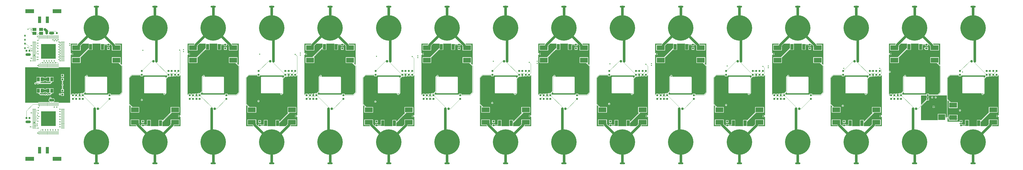
<source format=gtl>
G04*
G04 #@! TF.GenerationSoftware,Altium Limited,Altium Designer,19.0.12 (326)*
G04*
G04 Layer_Physical_Order=1*
G04 Layer_Color=255*
%FSLAX25Y25*%
%MOIN*%
G70*
G01*
G75*
%ADD13C,0.01000*%
%ADD34R,0.02953X0.03150*%
%ADD35R,0.10799X0.08500*%
%ADD36R,0.13504X0.06496*%
%ADD37R,0.05000X0.10000*%
%ADD38R,0.22598X0.22598*%
%ADD39R,0.05753X0.01063*%
%ADD40R,0.01063X0.05753*%
%ADD41R,0.03150X0.02953*%
%ADD42R,0.04724X0.08661*%
%ADD43R,0.25000X0.30000*%
%ADD44R,0.04600X0.06300*%
%ADD45R,0.06300X0.04600*%
%ADD46R,0.12402X0.07717*%
%ADD47C,0.00400*%
%ADD48C,0.04000*%
%ADD49R,0.01968X0.03150*%
G04:AMPARAMS|DCode=50|XSize=82.68mil|YSize=27.56mil|CornerRadius=13.78mil|HoleSize=0mil|Usage=FLASHONLY|Rotation=0.000|XOffset=0mil|YOffset=0mil|HoleType=Round|Shape=RoundedRectangle|*
%AMROUNDEDRECTD50*
21,1,0.08268,0.00000,0,0,0.0*
21,1,0.05512,0.02756,0,0,0.0*
1,1,0.02756,0.02756,0.00000*
1,1,0.02756,-0.02756,0.00000*
1,1,0.02756,-0.02756,0.00000*
1,1,0.02756,0.02756,0.00000*
%
%ADD50ROUNDEDRECTD50*%
%ADD51C,0.39370*%
%ADD52C,0.03937*%
%ADD53C,0.02362*%
%ADD54C,0.01772*%
%ADD55C,0.07874*%
G36*
X190551Y207876D02*
X190089Y207684D01*
X187940Y209833D01*
X188132Y210295D01*
X188681D01*
Y219193D01*
X175098D01*
Y210295D01*
X185352D01*
X185369Y210212D01*
X185544Y209950D01*
X190139Y205355D01*
Y164901D01*
X186655Y161417D01*
X173327D01*
Y162598D01*
X169193D01*
Y161417D01*
X131988D01*
Y162598D01*
X131988D01*
X131802Y163047D01*
X133672Y164917D01*
X134134Y164726D01*
Y164370D01*
X134211Y163986D01*
X134428Y163661D01*
X134754Y163443D01*
X135138Y163367D01*
X166634D01*
X167018Y163443D01*
X167343Y163661D01*
X167561Y163986D01*
X167637Y164370D01*
Y187992D01*
X167561Y188376D01*
X167343Y188702D01*
X167018Y188919D01*
X166634Y188996D01*
X137821D01*
X137554Y189496D01*
X137611Y189581D01*
X137726Y190157D01*
X137611Y190734D01*
X137285Y191222D01*
X136796Y191548D01*
X136221Y191663D01*
X135644Y191548D01*
X135156Y191222D01*
X134830Y190734D01*
X134818Y190675D01*
X134640Y190640D01*
X134378Y190465D01*
X134378Y190465D01*
X133088Y189175D01*
X132914Y188913D01*
X132852Y188605D01*
X132852Y188605D01*
Y166377D01*
X130273Y163798D01*
X127953D01*
X127644Y163737D01*
X127383Y163562D01*
X127383Y163562D01*
X126829Y163008D01*
X125303D01*
Y160433D01*
X124303D01*
Y163008D01*
X122327D01*
Y161417D01*
X121752D01*
Y162598D01*
X117618D01*
Y161417D01*
X116634D01*
Y162598D01*
X112500D01*
Y161417D01*
X111221D01*
Y222963D01*
X111721Y223114D01*
X111829Y222951D01*
X112453Y222535D01*
X112689Y222488D01*
Y224311D01*
Y226134D01*
X112453Y226087D01*
X111829Y225671D01*
X111721Y225508D01*
X111221Y225659D01*
Y237356D01*
X111249Y237502D01*
X111221Y237647D01*
Y240012D01*
X111249Y240158D01*
X121434D01*
X121681Y239657D01*
X121623Y239582D01*
X121362Y238952D01*
X121306Y238524D01*
X112894D01*
Y229626D01*
X126476D01*
Y235763D01*
X126499Y235933D01*
Y237193D01*
X129463Y240158D01*
X139173D01*
Y233467D01*
X139090Y233450D01*
X138828Y233275D01*
X138828Y233275D01*
X125045Y219492D01*
X124870Y219230D01*
X124863Y219193D01*
X112894D01*
Y210295D01*
X126476D01*
Y218643D01*
X138712Y230879D01*
X139173Y230687D01*
Y230512D01*
X145079D01*
Y240158D01*
X157283D01*
Y230512D01*
X163189D01*
Y237258D01*
X163512Y237597D01*
X163865Y237668D01*
X167618D01*
Y236614D01*
X171752D01*
Y239495D01*
X172252Y239702D01*
X175076Y236878D01*
Y235933D01*
X175098Y235763D01*
Y229626D01*
X188681D01*
Y238524D01*
X180228D01*
X180213Y238637D01*
X179952Y239267D01*
X179652Y239657D01*
X179856Y240158D01*
X190551D01*
Y207876D01*
D02*
G37*
G36*
X110236Y148622D02*
X92658D01*
Y149629D01*
X84531D01*
X84498Y150129D01*
X84535Y150134D01*
X85165Y150395D01*
X85420Y150591D01*
X86024D01*
Y151224D01*
X86121Y151351D01*
X86382Y151981D01*
X86471Y152657D01*
X86382Y153334D01*
X86121Y153964D01*
X86024Y154091D01*
Y154724D01*
X85420D01*
X85165Y154920D01*
X84535Y155181D01*
X83858Y155270D01*
X81433D01*
X81147Y155770D01*
X81234Y156208D01*
X81119Y156784D01*
X80793Y157273D01*
X80304Y157599D01*
X79728Y157714D01*
X79152Y157599D01*
X78664Y157273D01*
X78338Y156784D01*
X78223Y156208D01*
X78338Y155632D01*
X78423Y155504D01*
X78320Y154920D01*
X78064Y154724D01*
X77362D01*
Y153962D01*
X77102Y153334D01*
X77013Y152657D01*
X77102Y151981D01*
X77362Y151353D01*
Y150591D01*
X78064D01*
X78320Y150395D01*
X78950Y150134D01*
X78986Y150129D01*
X78953Y149629D01*
X60886D01*
Y148622D01*
X40675D01*
Y203740D01*
X60886D01*
Y202733D01*
X92658D01*
Y203740D01*
X110236D01*
Y148622D01*
D02*
G37*
G36*
X268216Y189354D02*
X270193D01*
Y190945D01*
X270768D01*
Y189764D01*
X274902D01*
Y190945D01*
X275886D01*
Y189764D01*
X280020D01*
Y190945D01*
X281299D01*
Y129400D01*
X280799Y129248D01*
X280690Y129411D01*
X280066Y129828D01*
X279831Y129875D01*
Y128051D01*
Y126228D01*
X280066Y126275D01*
X280690Y126692D01*
X280799Y126855D01*
X281299Y126703D01*
Y112205D01*
X271085D01*
X270839Y112705D01*
X270897Y112780D01*
X271158Y113410D01*
X271214Y113839D01*
X279626D01*
Y122736D01*
X266043D01*
Y116599D01*
X266021Y116429D01*
Y115169D01*
X263057Y112205D01*
X253346D01*
Y118895D01*
X253430Y118912D01*
X253691Y119087D01*
X267475Y132870D01*
X267475Y132870D01*
X267650Y133132D01*
X267657Y133169D01*
X279626D01*
Y142067D01*
X266043D01*
Y133719D01*
X253808Y121484D01*
X253346Y121675D01*
Y121850D01*
X247441D01*
Y112205D01*
X235236D01*
Y121850D01*
X229331D01*
Y115104D01*
X229008Y114765D01*
X228654Y114695D01*
X224902D01*
Y115748D01*
X220768D01*
Y112867D01*
X220268Y112660D01*
X217444Y115484D01*
Y116429D01*
X217421Y116599D01*
Y122736D01*
X203839D01*
Y113839D01*
X212292D01*
X212307Y113725D01*
X212568Y113095D01*
X212867Y112705D01*
X212664Y112205D01*
X201969D01*
Y144486D01*
X202430Y144678D01*
X204579Y142529D01*
X204388Y142067D01*
X203839D01*
Y133169D01*
X217421D01*
Y142067D01*
X207167D01*
X207151Y142150D01*
X206976Y142412D01*
X206976Y142412D01*
X202381Y147007D01*
Y187461D01*
X205864Y190945D01*
X219193D01*
Y189764D01*
X223327D01*
Y190945D01*
X260531D01*
Y189764D01*
X260531D01*
X260717Y189315D01*
X258847Y187445D01*
X258385Y187636D01*
Y187992D01*
X258309Y188376D01*
X258091Y188702D01*
X257766Y188919D01*
X257382Y188996D01*
X225886D01*
X225502Y188919D01*
X225176Y188702D01*
X224959Y188376D01*
X224882Y187992D01*
Y164370D01*
X224959Y163986D01*
X225176Y163661D01*
X225502Y163443D01*
X225886Y163367D01*
X254699D01*
X254966Y162867D01*
X254908Y162781D01*
X254794Y162205D01*
X254908Y161629D01*
X255235Y161140D01*
X255723Y160814D01*
X256299Y160699D01*
X256875Y160814D01*
X257364Y161140D01*
X257690Y161629D01*
X257701Y161687D01*
X257880Y161723D01*
X258141Y161897D01*
X259431Y163187D01*
X259431Y163187D01*
X259606Y163449D01*
X259667Y163757D01*
Y185985D01*
X262246Y188564D01*
X264567D01*
X264567Y188564D01*
X264875Y188625D01*
X265137Y188800D01*
X265691Y189354D01*
X267216D01*
Y191929D01*
X268216D01*
Y189354D01*
D02*
G37*
G36*
X371654Y207876D02*
X371192Y207684D01*
X369043Y209833D01*
X369234Y210295D01*
X369783D01*
Y219193D01*
X356201D01*
Y210295D01*
X366455D01*
X366471Y210212D01*
X366646Y209950D01*
X371241Y205355D01*
Y164901D01*
X367758Y161417D01*
X354429D01*
Y162598D01*
X350295D01*
Y161417D01*
X313090D01*
Y162598D01*
X313091D01*
X312905Y163047D01*
X314775Y164917D01*
X315237Y164726D01*
Y164370D01*
X315313Y163986D01*
X315531Y163661D01*
X315856Y163443D01*
X316240Y163367D01*
X347736D01*
X348120Y163443D01*
X348446Y163661D01*
X348663Y163986D01*
X348740Y164370D01*
Y187992D01*
X348663Y188376D01*
X348446Y188702D01*
X348120Y188919D01*
X347736Y188996D01*
X318923D01*
X318656Y189496D01*
X318713Y189581D01*
X318828Y190157D01*
X318713Y190734D01*
X318387Y191222D01*
X317899Y191548D01*
X317323Y191663D01*
X316747Y191548D01*
X316258Y191222D01*
X315932Y190734D01*
X315841Y190278D01*
X315824D01*
X315516Y190216D01*
X315254Y190042D01*
X315254Y190042D01*
X314387Y189175D01*
X314213Y188913D01*
X314151Y188605D01*
X314151Y188605D01*
Y166574D01*
X311376Y163798D01*
X309055D01*
X308747Y163737D01*
X308485Y163562D01*
X308485Y163562D01*
X307931Y163008D01*
X306405D01*
Y160433D01*
X305405D01*
Y163008D01*
X303429D01*
Y161417D01*
X302854D01*
Y162598D01*
X298721D01*
Y161417D01*
X297736D01*
Y162598D01*
X293602D01*
Y161417D01*
X292323D01*
Y222963D01*
X292823Y223114D01*
X292932Y222951D01*
X293555Y222535D01*
X293791Y222488D01*
Y224311D01*
Y226134D01*
X293555Y226087D01*
X292932Y225671D01*
X292823Y225508D01*
X292323Y225659D01*
Y240158D01*
X302537D01*
X302783Y239657D01*
X302725Y239582D01*
X302464Y238952D01*
X302408Y238524D01*
X293996D01*
Y229626D01*
X307579D01*
Y235763D01*
X307601Y235933D01*
Y237193D01*
X310565Y240158D01*
X320276D01*
Y233467D01*
X320192Y233450D01*
X319931Y233275D01*
X319931Y233275D01*
X306147Y219492D01*
X305973Y219230D01*
X305965Y219193D01*
X293996D01*
Y210295D01*
X307579D01*
Y218643D01*
X319814Y230879D01*
X320276Y230687D01*
Y230512D01*
X326181D01*
Y240158D01*
X338386D01*
Y230512D01*
X344291D01*
Y237258D01*
X344615Y237597D01*
X344968Y237668D01*
X348721D01*
Y236614D01*
X352854D01*
Y239495D01*
X353354Y239702D01*
X356178Y236878D01*
Y235933D01*
X356201Y235763D01*
Y229626D01*
X369783D01*
Y238524D01*
X361330D01*
X361315Y238637D01*
X361054Y239267D01*
X360755Y239657D01*
X360958Y240158D01*
X371654D01*
Y207876D01*
D02*
G37*
G36*
X449319Y189354D02*
X451295D01*
Y190945D01*
X451870D01*
Y189764D01*
X456004D01*
Y190945D01*
X456988D01*
Y189764D01*
X461122D01*
Y190945D01*
X462402D01*
Y129400D01*
X461902Y129248D01*
X461793Y129411D01*
X461169Y129828D01*
X460933Y129875D01*
Y128051D01*
Y126228D01*
X461169Y126275D01*
X461793Y126692D01*
X461902Y126855D01*
X462402Y126703D01*
Y112205D01*
X452188D01*
X451941Y112705D01*
X451999Y112780D01*
X452260Y113410D01*
X452317Y113839D01*
X460728D01*
Y122736D01*
X447146D01*
Y116599D01*
X447123Y116429D01*
Y115169D01*
X444159Y112205D01*
X434449D01*
Y117143D01*
X434532Y117160D01*
X434794Y117335D01*
X450283Y132824D01*
X450283Y132824D01*
X450458Y133086D01*
X450474Y133169D01*
X460728D01*
Y142067D01*
X447146D01*
Y133169D01*
X447695D01*
X447886Y132707D01*
X434910Y119732D01*
X434449Y119923D01*
Y121850D01*
X428544D01*
Y112205D01*
X416339D01*
Y121850D01*
X410433D01*
Y115104D01*
X410110Y114765D01*
X409757Y114695D01*
X406004D01*
Y115748D01*
X401870D01*
Y112867D01*
X401370Y112660D01*
X398546Y115484D01*
Y116429D01*
X398524Y116599D01*
Y122736D01*
X384941D01*
Y113839D01*
X393394D01*
X393409Y113725D01*
X393670Y113095D01*
X393970Y112705D01*
X393766Y112205D01*
X383071D01*
Y144486D01*
X383533Y144678D01*
X385682Y142529D01*
X385490Y142067D01*
X384941D01*
Y133169D01*
X398524D01*
Y142067D01*
X388270D01*
X388253Y142150D01*
X388078Y142412D01*
X388078Y142412D01*
X383483Y147007D01*
Y187461D01*
X386967Y190945D01*
X400295D01*
Y189764D01*
X404429D01*
Y190945D01*
X441634D01*
Y189764D01*
X441634D01*
X441820Y189315D01*
X439950Y187445D01*
X439488Y187636D01*
Y187992D01*
X439411Y188376D01*
X439194Y188702D01*
X438868Y188919D01*
X438484Y188996D01*
X406988D01*
X406604Y188919D01*
X406279Y188702D01*
X406061Y188376D01*
X405985Y187992D01*
Y164370D01*
X406061Y163986D01*
X406279Y163661D01*
X406604Y163443D01*
X406988Y163366D01*
X435801D01*
X436068Y162866D01*
X436011Y162781D01*
X435896Y162205D01*
X436011Y161629D01*
X436337Y161140D01*
X436826Y160814D01*
X437402Y160699D01*
X437978Y160814D01*
X438466Y161140D01*
X438792Y161629D01*
X438804Y161687D01*
X438982Y161723D01*
X439244Y161897D01*
X440534Y163187D01*
X440534Y163187D01*
X440708Y163449D01*
X440770Y163757D01*
Y185985D01*
X443349Y188564D01*
X445669D01*
X445669Y188564D01*
X445978Y188625D01*
X446239Y188800D01*
X446794Y189354D01*
X448319D01*
Y191929D01*
X449319D01*
Y189354D01*
D02*
G37*
G36*
X552756Y207876D02*
X552294Y207684D01*
X550145Y209833D01*
X550337Y210295D01*
X550886D01*
Y219193D01*
X537303D01*
Y210295D01*
X547557D01*
X547574Y210212D01*
X547749Y209950D01*
X552344Y205355D01*
Y164901D01*
X548860Y161417D01*
X535532D01*
Y162598D01*
X531398D01*
Y161417D01*
X494193D01*
Y162598D01*
X494193D01*
X494007Y163047D01*
X495877Y164917D01*
X496339Y164726D01*
Y164370D01*
X496415Y163986D01*
X496633Y163661D01*
X496958Y163443D01*
X497342Y163367D01*
X528839D01*
X529223Y163443D01*
X529548Y163661D01*
X529766Y163986D01*
X529842Y164370D01*
Y187992D01*
X529766Y188376D01*
X529548Y188702D01*
X529223Y188919D01*
X528839Y188996D01*
X500026D01*
X499759Y189496D01*
X499816Y189581D01*
X499930Y190157D01*
X499816Y190734D01*
X499490Y191222D01*
X499001Y191548D01*
X498425Y191663D01*
X497849Y191548D01*
X497361Y191222D01*
X497035Y190734D01*
X496944Y190278D01*
X496926D01*
X496618Y190216D01*
X496357Y190042D01*
X496356Y190042D01*
X495490Y189175D01*
X495315Y188913D01*
X495254Y188605D01*
X495254Y188605D01*
Y166574D01*
X492478Y163798D01*
X490158D01*
X489849Y163737D01*
X489587Y163562D01*
X489587Y163562D01*
X489033Y163008D01*
X487508D01*
Y160433D01*
X486508D01*
Y163008D01*
X484531D01*
Y161417D01*
X483957D01*
Y162598D01*
X479823D01*
Y161417D01*
X478839D01*
Y162598D01*
X474705D01*
Y161417D01*
X473425D01*
Y222963D01*
X473925Y223114D01*
X474034Y222951D01*
X474658Y222535D01*
X474894Y222488D01*
Y224311D01*
Y226134D01*
X474658Y226087D01*
X474034Y225671D01*
X473925Y225508D01*
X473425Y225659D01*
Y240158D01*
X483639D01*
X483886Y239657D01*
X483828Y239582D01*
X483567Y238952D01*
X483510Y238524D01*
X475098D01*
Y229626D01*
X488681D01*
Y235763D01*
X488703Y235933D01*
Y237193D01*
X491668Y240158D01*
X501378D01*
Y235219D01*
X501295Y235202D01*
X501033Y235027D01*
X501033Y235027D01*
X485544Y219538D01*
X485369Y219276D01*
X485352Y219193D01*
X475098D01*
Y210295D01*
X488681D01*
Y219193D01*
X488132D01*
X487940Y219655D01*
X500916Y232631D01*
X501378Y232439D01*
Y230512D01*
X507283D01*
Y240158D01*
X519488D01*
Y230512D01*
X525393D01*
Y237258D01*
X525717Y237597D01*
X526070Y237668D01*
X529823D01*
Y236614D01*
X533957D01*
Y239495D01*
X534457Y239702D01*
X537281Y236878D01*
Y235933D01*
X537303Y235763D01*
Y229626D01*
X550886D01*
Y238524D01*
X542432D01*
X542418Y238637D01*
X542157Y239267D01*
X541857Y239657D01*
X542060Y240158D01*
X552756D01*
Y207876D01*
D02*
G37*
G36*
X630421Y189354D02*
X632398D01*
Y190945D01*
X632972D01*
Y189764D01*
X637106D01*
Y190945D01*
X638091D01*
Y189764D01*
X642224D01*
Y190945D01*
X643504D01*
Y129400D01*
X643004Y129248D01*
X642895Y129411D01*
X642271Y129828D01*
X642035Y129875D01*
Y128051D01*
Y126228D01*
X642271Y126275D01*
X642895Y126692D01*
X643004Y126855D01*
X643504Y126703D01*
Y112205D01*
X633290D01*
X633043Y112705D01*
X633101Y112780D01*
X633362Y113410D01*
X633419Y113839D01*
X641831D01*
Y122736D01*
X628248D01*
Y116599D01*
X628226Y116429D01*
Y115169D01*
X625261Y112205D01*
X615551D01*
Y117143D01*
X615635Y117160D01*
X615896Y117335D01*
X631385Y132824D01*
X631385Y132824D01*
X631560Y133086D01*
X631577Y133169D01*
X641831D01*
Y142067D01*
X628248D01*
Y133169D01*
X628797D01*
X628989Y132707D01*
X616013Y119732D01*
X615551Y119923D01*
Y121850D01*
X609646D01*
Y112205D01*
X597441D01*
Y121850D01*
X591536D01*
Y115104D01*
X591212Y114765D01*
X590859Y114695D01*
X587106D01*
Y115748D01*
X582972D01*
Y112867D01*
X582472Y112660D01*
X579648Y115484D01*
Y116429D01*
X579626Y116599D01*
Y122736D01*
X566043D01*
Y113839D01*
X574497D01*
X574512Y113725D01*
X574773Y113095D01*
X575072Y112705D01*
X574869Y112205D01*
X564173D01*
Y144486D01*
X564635Y144678D01*
X566784Y142529D01*
X566593Y142067D01*
X566043D01*
Y133169D01*
X579626D01*
Y142067D01*
X569372D01*
X569355Y142150D01*
X569181Y142412D01*
X569181Y142412D01*
X564586Y147007D01*
Y187461D01*
X568069Y190945D01*
X581398D01*
Y189764D01*
X585532D01*
Y190945D01*
X622736D01*
Y189764D01*
X622736D01*
X622922Y189315D01*
X621052Y187445D01*
X620590Y187636D01*
Y187992D01*
X620514Y188376D01*
X620296Y188702D01*
X619971Y188919D01*
X619587Y188996D01*
X588091D01*
X587707Y188919D01*
X587381Y188702D01*
X587163Y188376D01*
X587087Y187992D01*
Y164370D01*
X587163Y163986D01*
X587381Y163661D01*
X587707Y163443D01*
X588091Y163366D01*
X616236D01*
X616275Y163347D01*
X616618Y162891D01*
X616680Y162582D01*
X616854Y162321D01*
X617006Y162169D01*
X617113Y161629D01*
X617440Y161140D01*
X617928Y160814D01*
X618504Y160699D01*
X619080Y160814D01*
X619568Y161140D01*
X619895Y161629D01*
X619913Y161720D01*
X620199Y162084D01*
X620508Y162146D01*
X620769Y162321D01*
X621636Y163187D01*
X621636Y163187D01*
X621811Y163449D01*
X621872Y163757D01*
Y185985D01*
X624451Y188564D01*
X626772D01*
X626772Y188564D01*
X627080Y188625D01*
X627342Y188800D01*
X627896Y189354D01*
X629421D01*
Y191929D01*
X630421D01*
Y189354D01*
D02*
G37*
G36*
X733858Y207876D02*
X733396Y207684D01*
X731248Y209833D01*
X731439Y210295D01*
X731988D01*
Y219193D01*
X718405D01*
Y210295D01*
X728659D01*
X728676Y210212D01*
X728851Y209950D01*
X733446Y205355D01*
Y164901D01*
X729962Y161417D01*
X716634D01*
Y162598D01*
X712500D01*
Y161417D01*
X675295D01*
Y162598D01*
X675295D01*
X675109Y163047D01*
X676979Y164917D01*
X677441Y164726D01*
Y164370D01*
X677518Y163986D01*
X677735Y163661D01*
X678061Y163443D01*
X678445Y163367D01*
X709941D01*
X710325Y163443D01*
X710651Y163661D01*
X710868Y163986D01*
X710945Y164370D01*
Y187992D01*
X710868Y188376D01*
X710651Y188702D01*
X710325Y188919D01*
X709941Y188996D01*
X681128D01*
X680861Y189496D01*
X680918Y189581D01*
X681033Y190157D01*
X680918Y190734D01*
X680592Y191222D01*
X680104Y191548D01*
X679528Y191663D01*
X678952Y191548D01*
X678463Y191222D01*
X678137Y190734D01*
X678046Y190278D01*
X678029D01*
X677720Y190216D01*
X677459Y190042D01*
X677459Y190042D01*
X676592Y189175D01*
X676417Y188913D01*
X676356Y188605D01*
X676356Y188605D01*
Y166574D01*
X673580Y163798D01*
X671260D01*
X670951Y163737D01*
X670690Y163562D01*
X670690Y163562D01*
X670136Y163008D01*
X668610D01*
Y160433D01*
X667610D01*
Y163008D01*
X665634D01*
Y161417D01*
X665059D01*
Y162598D01*
X660925D01*
Y161417D01*
X659941D01*
Y162598D01*
X655807D01*
Y161417D01*
X654528D01*
Y222963D01*
X655028Y223114D01*
X655136Y222951D01*
X655760Y222535D01*
X655996Y222488D01*
Y224311D01*
Y226134D01*
X655760Y226087D01*
X655136Y225671D01*
X655028Y225508D01*
X654528Y225659D01*
Y240158D01*
X664741D01*
X664988Y239657D01*
X664930Y239582D01*
X664669Y238952D01*
X664613Y238524D01*
X656201D01*
Y229626D01*
X669783D01*
Y235763D01*
X669806Y235933D01*
Y237193D01*
X672770Y240158D01*
X682480D01*
Y233467D01*
X682397Y233450D01*
X682135Y233275D01*
X682135Y233275D01*
X668352Y219492D01*
X668177Y219230D01*
X668170Y219193D01*
X656201D01*
Y210295D01*
X669783D01*
Y218643D01*
X682019Y230879D01*
X682480Y230687D01*
Y230512D01*
X688386D01*
Y240158D01*
X700591D01*
Y230512D01*
X706496D01*
Y237258D01*
X706819Y237597D01*
X707172Y237668D01*
X710925D01*
Y236614D01*
X715059D01*
Y239495D01*
X715559Y239702D01*
X718383Y236878D01*
Y235933D01*
X718405Y235763D01*
Y229626D01*
X731988D01*
Y238524D01*
X723535D01*
X723520Y238637D01*
X723259Y239267D01*
X722959Y239657D01*
X723163Y240158D01*
X733858D01*
Y207876D01*
D02*
G37*
G36*
X811524Y189354D02*
X813500D01*
Y190945D01*
X814075D01*
Y189764D01*
X818209D01*
Y190945D01*
X819193D01*
Y189764D01*
X823327D01*
Y190945D01*
X824606D01*
Y129400D01*
X824106Y129248D01*
X823997Y129411D01*
X823374Y129828D01*
X823138Y129875D01*
Y128051D01*
Y126228D01*
X823374Y126275D01*
X823997Y126692D01*
X824106Y126855D01*
X824606Y126703D01*
Y112205D01*
X814392D01*
X814146Y112705D01*
X814204Y112780D01*
X814465Y113410D01*
X814521Y113839D01*
X822933D01*
Y122736D01*
X809350D01*
Y116599D01*
X809328Y116429D01*
Y115169D01*
X806364Y112205D01*
X796653D01*
Y117143D01*
X796737Y117160D01*
X796998Y117335D01*
X812488Y132824D01*
X812488Y132824D01*
X812663Y133086D01*
X812679Y133169D01*
X822933D01*
Y142067D01*
X809350D01*
Y133169D01*
X809900D01*
X810091Y132707D01*
X797115Y119732D01*
X796653Y119923D01*
Y121850D01*
X790748D01*
Y112205D01*
X778543D01*
Y121850D01*
X772638D01*
Y115104D01*
X772315Y114765D01*
X771961Y114695D01*
X768209D01*
Y115748D01*
X764075D01*
Y112867D01*
X763575Y112660D01*
X760751Y115484D01*
Y116429D01*
X760728Y116599D01*
Y122736D01*
X747146D01*
Y113839D01*
X755599D01*
X755614Y113725D01*
X755875Y113095D01*
X756175Y112705D01*
X755971Y112205D01*
X745276D01*
Y144486D01*
X745738Y144678D01*
X747886Y142529D01*
X747695Y142067D01*
X747146D01*
Y133169D01*
X760728D01*
Y142067D01*
X750474D01*
X750458Y142150D01*
X750283Y142412D01*
X750283Y142412D01*
X745688Y147007D01*
Y187461D01*
X749171Y190945D01*
X762500D01*
Y189764D01*
X766634D01*
Y190945D01*
X803839D01*
Y189764D01*
X803839D01*
X804025Y189315D01*
X802154Y187445D01*
X801692Y187636D01*
Y187992D01*
X801616Y188376D01*
X801399Y188702D01*
X801073Y188919D01*
X800689Y188996D01*
X769193D01*
X768809Y188919D01*
X768483Y188702D01*
X768266Y188376D01*
X768189Y187992D01*
Y164370D01*
X768266Y163986D01*
X768483Y163661D01*
X768809Y163443D01*
X769193Y163366D01*
X797338D01*
X797377Y163347D01*
X797721Y162891D01*
X797782Y162582D01*
X797957Y162321D01*
X798108Y162169D01*
X798216Y161629D01*
X798542Y161140D01*
X799030Y160814D01*
X799606Y160699D01*
X800182Y160814D01*
X800671Y161140D01*
X800997Y161629D01*
X801015Y161720D01*
X801302Y162084D01*
X801610Y162146D01*
X801872Y162321D01*
X802738Y163187D01*
X802738Y163187D01*
X802913Y163449D01*
X802975Y163757D01*
Y185985D01*
X805554Y188564D01*
X807874D01*
X807874Y188564D01*
X808183Y188625D01*
X808444Y188800D01*
X808998Y189354D01*
X810524D01*
Y191929D01*
X811524D01*
Y189354D01*
D02*
G37*
G36*
X914961Y207876D02*
X914499Y207684D01*
X912350Y209833D01*
X912541Y210295D01*
X913091D01*
Y219193D01*
X899508D01*
Y210295D01*
X909762D01*
X909778Y210212D01*
X909953Y209950D01*
X914548Y205355D01*
Y164901D01*
X911065Y161417D01*
X897736D01*
Y162598D01*
X893602D01*
Y161417D01*
X856398D01*
Y162598D01*
X856398D01*
X856212Y163047D01*
X858082Y164917D01*
X858544Y164726D01*
Y164370D01*
X858620Y163986D01*
X858838Y163661D01*
X859163Y163443D01*
X859547Y163367D01*
X891043D01*
X891427Y163443D01*
X891753Y163661D01*
X891970Y163986D01*
X892047Y164370D01*
Y187992D01*
X891970Y188376D01*
X891753Y188702D01*
X891427Y188919D01*
X891043Y188996D01*
X862231D01*
X861963Y189496D01*
X862021Y189581D01*
X862135Y190157D01*
X862021Y190734D01*
X861694Y191222D01*
X861206Y191548D01*
X860630Y191663D01*
X860054Y191548D01*
X859566Y191222D01*
X859239Y190734D01*
X859149Y190278D01*
X859131D01*
X858823Y190216D01*
X858561Y190042D01*
X858561Y190042D01*
X857695Y189175D01*
X857520Y188913D01*
X857458Y188605D01*
X857458Y188605D01*
Y166574D01*
X854683Y163798D01*
X852362D01*
X852054Y163737D01*
X851792Y163562D01*
X851792Y163562D01*
X851238Y163008D01*
X849713D01*
Y160433D01*
X848713D01*
Y163008D01*
X846736D01*
Y161417D01*
X846161D01*
Y162598D01*
X842028D01*
Y161417D01*
X841043D01*
Y162598D01*
X836909D01*
Y161417D01*
X835630D01*
Y222963D01*
X836130Y223114D01*
X836239Y222951D01*
X836863Y222535D01*
X837098Y222488D01*
Y224311D01*
Y226134D01*
X836863Y226087D01*
X836239Y225671D01*
X836130Y225508D01*
X835630Y225659D01*
Y240158D01*
X845844D01*
X846090Y239657D01*
X846032Y239582D01*
X845771Y238952D01*
X845715Y238524D01*
X837303D01*
Y229626D01*
X850886D01*
Y235763D01*
X850908Y235933D01*
Y237193D01*
X853872Y240158D01*
X863583D01*
Y233467D01*
X863499Y233450D01*
X863238Y233275D01*
X863238Y233275D01*
X849454Y219492D01*
X849280Y219230D01*
X849272Y219193D01*
X837303D01*
Y210295D01*
X850886D01*
Y218643D01*
X863121Y230879D01*
X863583Y230687D01*
Y230512D01*
X869488D01*
Y240158D01*
X881693D01*
Y230512D01*
X887598D01*
Y237258D01*
X887922Y237597D01*
X888275Y237668D01*
X892028D01*
Y236614D01*
X896161D01*
Y239495D01*
X896661Y239702D01*
X899485Y236878D01*
Y235933D01*
X899508Y235763D01*
Y229626D01*
X913091D01*
Y238524D01*
X904637D01*
X904622Y238637D01*
X904361Y239267D01*
X904062Y239657D01*
X904265Y240158D01*
X914961D01*
Y207876D01*
D02*
G37*
G36*
X992626Y189354D02*
X994602D01*
Y190945D01*
X995177D01*
Y189764D01*
X999311D01*
Y190945D01*
X1000295D01*
Y189764D01*
X1004429D01*
Y190945D01*
X1005709D01*
Y129400D01*
X1005209Y129248D01*
X1005100Y129411D01*
X1004476Y129828D01*
X1004240Y129875D01*
Y128051D01*
Y126228D01*
X1004476Y126275D01*
X1005100Y126692D01*
X1005209Y126855D01*
X1005709Y126703D01*
Y112205D01*
X995495D01*
X995248Y112705D01*
X995306Y112780D01*
X995567Y113410D01*
X995624Y113839D01*
X1004035D01*
Y122736D01*
X990453D01*
Y116599D01*
X990430Y116429D01*
Y115169D01*
X987466Y112205D01*
X977756D01*
Y117143D01*
X977839Y117160D01*
X978101Y117335D01*
X993590Y132824D01*
X993590Y132824D01*
X993765Y133086D01*
X993781Y133169D01*
X1004035D01*
Y142067D01*
X990453D01*
Y133169D01*
X991002D01*
X991193Y132707D01*
X978218Y119732D01*
X977756Y119923D01*
Y121850D01*
X971851D01*
Y112205D01*
X959646D01*
Y121850D01*
X953741D01*
Y115104D01*
X953417Y114765D01*
X953064Y114695D01*
X949311D01*
Y115748D01*
X945177D01*
Y112867D01*
X944677Y112660D01*
X941853Y115484D01*
Y116429D01*
X941831Y116599D01*
Y122736D01*
X928248D01*
Y113839D01*
X936701D01*
X936716Y113725D01*
X936977Y113095D01*
X937277Y112705D01*
X937074Y112205D01*
X926378D01*
Y144486D01*
X926840Y144678D01*
X928989Y142529D01*
X928797Y142067D01*
X928248D01*
Y133169D01*
X941831D01*
Y142067D01*
X931577D01*
X931560Y142150D01*
X931385Y142412D01*
X931385Y142412D01*
X926790Y147007D01*
Y187461D01*
X930274Y190945D01*
X943602D01*
Y189764D01*
X947736D01*
Y190945D01*
X984941D01*
Y189764D01*
X984941D01*
X985127Y189315D01*
X983257Y187445D01*
X982795Y187636D01*
Y187992D01*
X982718Y188376D01*
X982501Y188702D01*
X982175Y188919D01*
X981791Y188996D01*
X950295D01*
X949911Y188919D01*
X949586Y188702D01*
X949368Y188376D01*
X949292Y187992D01*
Y164370D01*
X949368Y163986D01*
X949586Y163661D01*
X949911Y163443D01*
X950295Y163366D01*
X979108D01*
X979375Y162866D01*
X979318Y162781D01*
X979203Y162205D01*
X979318Y161629D01*
X979644Y161140D01*
X980133Y160814D01*
X980709Y160699D01*
X981285Y160814D01*
X981773Y161140D01*
X982099Y161629D01*
X982111Y161687D01*
X982289Y161723D01*
X982551Y161897D01*
X983841Y163187D01*
X983841Y163187D01*
X984015Y163449D01*
X984077Y163757D01*
Y185985D01*
X986656Y188564D01*
X988976D01*
X988976Y188564D01*
X989285Y188625D01*
X989546Y188800D01*
X990100Y189354D01*
X991626D01*
Y191929D01*
X992626D01*
Y189354D01*
D02*
G37*
G36*
X1096063Y207876D02*
X1095601Y207684D01*
X1093452Y209833D01*
X1093644Y210295D01*
X1094193D01*
Y219193D01*
X1080610D01*
Y210295D01*
X1090864D01*
X1090881Y210212D01*
X1091056Y209950D01*
X1095651Y205355D01*
Y164901D01*
X1092167Y161417D01*
X1078839D01*
Y162598D01*
X1074705D01*
Y161417D01*
X1037500D01*
Y162598D01*
X1037500D01*
X1037314Y163047D01*
X1039184Y164917D01*
X1039646Y164726D01*
Y164370D01*
X1039723Y163986D01*
X1039940Y163661D01*
X1040266Y163443D01*
X1040650Y163367D01*
X1072146D01*
X1072530Y163443D01*
X1072855Y163661D01*
X1073073Y163986D01*
X1073149Y164370D01*
Y187992D01*
X1073073Y188376D01*
X1072855Y188702D01*
X1072530Y188919D01*
X1072146Y188996D01*
X1044000D01*
X1043961Y189015D01*
X1043618Y189472D01*
X1043556Y189780D01*
X1043382Y190042D01*
X1043231Y190193D01*
X1043123Y190734D01*
X1042797Y191222D01*
X1042308Y191548D01*
X1041732Y191663D01*
X1041156Y191548D01*
X1040668Y191222D01*
X1040342Y190734D01*
X1040251Y190278D01*
X1040234D01*
X1039925Y190216D01*
X1039664Y190042D01*
X1039664Y190042D01*
X1038797Y189175D01*
X1038622Y188913D01*
X1038561Y188605D01*
X1038561Y188605D01*
Y166574D01*
X1035785Y163798D01*
X1033465D01*
X1033156Y163737D01*
X1032895Y163562D01*
X1032895Y163562D01*
X1032340Y163008D01*
X1030815D01*
Y160433D01*
X1029815D01*
Y163008D01*
X1027839D01*
Y161417D01*
X1027264D01*
Y162598D01*
X1023130D01*
Y161417D01*
X1022146D01*
Y162598D01*
X1018012D01*
Y161417D01*
X1016732D01*
Y222963D01*
X1017232Y223114D01*
X1017341Y222951D01*
X1017965Y222535D01*
X1018201Y222488D01*
Y224311D01*
Y226134D01*
X1017965Y226087D01*
X1017341Y225671D01*
X1017232Y225508D01*
X1016732Y225659D01*
Y240158D01*
X1026946D01*
X1027193Y239657D01*
X1027135Y239582D01*
X1026874Y238952D01*
X1026817Y238524D01*
X1018406D01*
Y229626D01*
X1031988D01*
Y235763D01*
X1032010Y235933D01*
Y237193D01*
X1034975Y240158D01*
X1044685D01*
Y233467D01*
X1044602Y233450D01*
X1044340Y233275D01*
X1044340Y233275D01*
X1030557Y219492D01*
X1030382Y219230D01*
X1030375Y219193D01*
X1018406D01*
Y210295D01*
X1031988D01*
Y218643D01*
X1044223Y230879D01*
X1044685Y230687D01*
Y230512D01*
X1050590D01*
Y240158D01*
X1062795D01*
Y230512D01*
X1068700D01*
Y237258D01*
X1069024Y237597D01*
X1069377Y237668D01*
X1073130D01*
Y236614D01*
X1077264D01*
Y239495D01*
X1077764Y239702D01*
X1080588Y236878D01*
Y235933D01*
X1080610Y235763D01*
Y229626D01*
X1094193D01*
Y238524D01*
X1085740D01*
X1085725Y238637D01*
X1085464Y239267D01*
X1085164Y239657D01*
X1085367Y240158D01*
X1096063D01*
Y207876D01*
D02*
G37*
G36*
X1173728Y189354D02*
X1175705D01*
Y190945D01*
X1176280D01*
Y189764D01*
X1180413D01*
Y190945D01*
X1181398D01*
Y189764D01*
X1185532D01*
Y190945D01*
X1186811D01*
Y129400D01*
X1186311Y129248D01*
X1186202Y129411D01*
X1185578Y129828D01*
X1185343Y129875D01*
Y128051D01*
Y126228D01*
X1185578Y126275D01*
X1186202Y126692D01*
X1186311Y126855D01*
X1186811Y126703D01*
Y112205D01*
X1176597D01*
X1176351Y112705D01*
X1176408Y112780D01*
X1176670Y113410D01*
X1176726Y113839D01*
X1185138D01*
Y122736D01*
X1171555D01*
Y116599D01*
X1171533Y116429D01*
Y115169D01*
X1168569Y112205D01*
X1158858D01*
Y118895D01*
X1158942Y118912D01*
X1159203Y119087D01*
X1172987Y132870D01*
X1172987Y132870D01*
X1173161Y133132D01*
X1173169Y133169D01*
X1185138D01*
Y142067D01*
X1171555D01*
Y133719D01*
X1159320Y121484D01*
X1158858Y121675D01*
Y121850D01*
X1152953D01*
Y112205D01*
X1140748D01*
Y121850D01*
X1134843D01*
Y115104D01*
X1134519Y114765D01*
X1134166Y114695D01*
X1130413D01*
Y115748D01*
X1126280D01*
Y112867D01*
X1125780Y112660D01*
X1122955Y115484D01*
Y116429D01*
X1122933Y116599D01*
Y122736D01*
X1109350D01*
Y113839D01*
X1117804D01*
X1117819Y113725D01*
X1118080Y113095D01*
X1118379Y112705D01*
X1118176Y112205D01*
X1107480D01*
Y144486D01*
X1107942Y144678D01*
X1110091Y142529D01*
X1109900Y142067D01*
X1109350D01*
Y133169D01*
X1122933D01*
Y142067D01*
X1112679D01*
X1112663Y142150D01*
X1112488Y142412D01*
X1112488Y142412D01*
X1107893Y147007D01*
Y187461D01*
X1111376Y190945D01*
X1124705D01*
Y189764D01*
X1128839D01*
Y190945D01*
X1166043D01*
Y189764D01*
X1166043D01*
X1166229Y189315D01*
X1164359Y187445D01*
X1163897Y187636D01*
Y187992D01*
X1163821Y188376D01*
X1163603Y188702D01*
X1163278Y188919D01*
X1162894Y188996D01*
X1131398D01*
X1131014Y188919D01*
X1130688Y188702D01*
X1130470Y188376D01*
X1130394Y187992D01*
Y164370D01*
X1130470Y163986D01*
X1130688Y163661D01*
X1131014Y163443D01*
X1131398Y163366D01*
X1160210D01*
X1160478Y162866D01*
X1160420Y162781D01*
X1160306Y162205D01*
X1160420Y161629D01*
X1160747Y161140D01*
X1161235Y160814D01*
X1161811Y160699D01*
X1162387Y160814D01*
X1162875Y161140D01*
X1163202Y161629D01*
X1163213Y161687D01*
X1163392Y161723D01*
X1163653Y161897D01*
X1164943Y163187D01*
X1164943Y163187D01*
X1165118Y163449D01*
X1165179Y163757D01*
Y185985D01*
X1167758Y188564D01*
X1170079D01*
X1170079Y188564D01*
X1170387Y188625D01*
X1170649Y188800D01*
X1171203Y189354D01*
X1172728D01*
Y191929D01*
X1173728D01*
Y189354D01*
D02*
G37*
G36*
X1458268Y207876D02*
X1457806Y207684D01*
X1455657Y209833D01*
X1455848Y210295D01*
X1456398D01*
Y219193D01*
X1442815D01*
Y210295D01*
X1453069D01*
X1453086Y210212D01*
X1453260Y209950D01*
X1457855Y205355D01*
Y164901D01*
X1454372Y161417D01*
X1441043D01*
Y162598D01*
X1436909D01*
Y161417D01*
X1399705D01*
Y162598D01*
X1399705D01*
X1399519Y163047D01*
X1401389Y164917D01*
X1401851Y164726D01*
Y164370D01*
X1401927Y163986D01*
X1402145Y163661D01*
X1402470Y163443D01*
X1402854Y163367D01*
X1434350D01*
X1434734Y163443D01*
X1435060Y163661D01*
X1435277Y163986D01*
X1435354Y164370D01*
Y187992D01*
X1435277Y188376D01*
X1435060Y188702D01*
X1434734Y188919D01*
X1434350Y188996D01*
X1405538D01*
X1405270Y189496D01*
X1405328Y189581D01*
X1405442Y190157D01*
X1405328Y190734D01*
X1405001Y191222D01*
X1404513Y191548D01*
X1403937Y191663D01*
X1403361Y191548D01*
X1402873Y191222D01*
X1402546Y190734D01*
X1402456Y190278D01*
X1402438D01*
X1402130Y190216D01*
X1401868Y190042D01*
X1401868Y190042D01*
X1401002Y189175D01*
X1400827Y188913D01*
X1400766Y188605D01*
X1400766Y188605D01*
Y166574D01*
X1397990Y163798D01*
X1395669D01*
X1395361Y163737D01*
X1395099Y163562D01*
X1395099Y163562D01*
X1394545Y163008D01*
X1393020D01*
Y160433D01*
X1392020D01*
Y163008D01*
X1390043D01*
Y161417D01*
X1389468D01*
Y162598D01*
X1385335D01*
Y161417D01*
X1384350D01*
Y162598D01*
X1380217D01*
Y162312D01*
X1379890Y162045D01*
X1379437Y161954D01*
X1378937Y162234D01*
Y195033D01*
X1379437Y195300D01*
X1379640Y195164D01*
X1380217Y195050D01*
X1380793Y195164D01*
X1381281Y195491D01*
X1381607Y195979D01*
X1381722Y196555D01*
X1381607Y197131D01*
X1381281Y197619D01*
X1380793Y197946D01*
X1380217Y198060D01*
X1379640Y197946D01*
X1379437Y197810D01*
X1378937Y198077D01*
Y222963D01*
X1379437Y223114D01*
X1379546Y222951D01*
X1380170Y222535D01*
X1380406Y222488D01*
Y224311D01*
Y226134D01*
X1380170Y226087D01*
X1379546Y225671D01*
X1379437Y225508D01*
X1378937Y225659D01*
Y240158D01*
X1389151D01*
X1389397Y239657D01*
X1389340Y239582D01*
X1389079Y238952D01*
X1389022Y238524D01*
X1380610D01*
Y229626D01*
X1394193D01*
Y235763D01*
X1394215Y235933D01*
Y237193D01*
X1397180Y240158D01*
X1406890D01*
Y233467D01*
X1406806Y233450D01*
X1406545Y233275D01*
X1406545Y233275D01*
X1392761Y219492D01*
X1392587Y219230D01*
X1392579Y219193D01*
X1380610D01*
Y210295D01*
X1394193D01*
Y218643D01*
X1406428Y230879D01*
X1406890Y230687D01*
Y230512D01*
X1412795D01*
Y240158D01*
X1425000D01*
Y230512D01*
X1430905D01*
Y237258D01*
X1431229Y237597D01*
X1431582Y237668D01*
X1435335D01*
Y236614D01*
X1439468D01*
Y239495D01*
X1439968Y239702D01*
X1442793Y236878D01*
Y235933D01*
X1442815Y235763D01*
Y229626D01*
X1456398D01*
Y238524D01*
X1447944D01*
X1447929Y238637D01*
X1447668Y239267D01*
X1447369Y239657D01*
X1447572Y240158D01*
X1458268D01*
Y207876D01*
D02*
G37*
G36*
X1277165D02*
X1276703Y207684D01*
X1274555Y209833D01*
X1274746Y210295D01*
X1275295D01*
Y219193D01*
X1261713D01*
Y210295D01*
X1271967D01*
X1271983Y210212D01*
X1272158Y209950D01*
X1276753Y205355D01*
Y164901D01*
X1273269Y161417D01*
X1259941D01*
Y162598D01*
X1255807D01*
Y161417D01*
X1218602D01*
Y162598D01*
X1218602D01*
X1218416Y163047D01*
X1220286Y164917D01*
X1220748Y164726D01*
Y164370D01*
X1220825Y163986D01*
X1221042Y163661D01*
X1221368Y163443D01*
X1221752Y163367D01*
X1253248D01*
X1253632Y163443D01*
X1253958Y163661D01*
X1254175Y163986D01*
X1254252Y164370D01*
Y187992D01*
X1254175Y188376D01*
X1253958Y188702D01*
X1253632Y188919D01*
X1253248Y188996D01*
X1224435D01*
X1224168Y189496D01*
X1224225Y189581D01*
X1224340Y190157D01*
X1224225Y190734D01*
X1223899Y191222D01*
X1223411Y191548D01*
X1222835Y191663D01*
X1222259Y191548D01*
X1221770Y191222D01*
X1221444Y190734D01*
X1221353Y190278D01*
X1221336D01*
X1221027Y190216D01*
X1220766Y190042D01*
X1220766Y190042D01*
X1219899Y189175D01*
X1219725Y188913D01*
X1219663Y188605D01*
X1219663Y188605D01*
Y166574D01*
X1216887Y163798D01*
X1214567D01*
X1214258Y163737D01*
X1213997Y163562D01*
X1213997Y163562D01*
X1213443Y163008D01*
X1211917D01*
Y160433D01*
X1210917D01*
Y163008D01*
X1208941D01*
Y161417D01*
X1208366D01*
Y162598D01*
X1204232D01*
Y161417D01*
X1203248D01*
Y162598D01*
X1199114D01*
Y161417D01*
X1197835D01*
Y222963D01*
X1198335Y223114D01*
X1198444Y222951D01*
X1199067Y222535D01*
X1199303Y222488D01*
Y224311D01*
Y226134D01*
X1199067Y226087D01*
X1198444Y225671D01*
X1198335Y225508D01*
X1197835Y225659D01*
Y240158D01*
X1208049D01*
X1208295Y239657D01*
X1208237Y239582D01*
X1207976Y238952D01*
X1207920Y238524D01*
X1199508D01*
Y229626D01*
X1213091D01*
Y235763D01*
X1213113Y235933D01*
Y237193D01*
X1216077Y240158D01*
X1225788D01*
Y233467D01*
X1225704Y233450D01*
X1225443Y233275D01*
X1225443Y233275D01*
X1211659Y219492D01*
X1211484Y219230D01*
X1211477Y219193D01*
X1199508D01*
Y210295D01*
X1213091D01*
Y218643D01*
X1225326Y230879D01*
X1225788Y230687D01*
Y230512D01*
X1231693D01*
Y240158D01*
X1243898D01*
Y230512D01*
X1249803D01*
Y237258D01*
X1250126Y237597D01*
X1250480Y237668D01*
X1254232D01*
Y236614D01*
X1258366D01*
Y239495D01*
X1258866Y239702D01*
X1261690Y236878D01*
Y235933D01*
X1261713Y235763D01*
Y229626D01*
X1275295D01*
Y238524D01*
X1266842D01*
X1266827Y238637D01*
X1266566Y239267D01*
X1266266Y239657D01*
X1266470Y240158D01*
X1277165D01*
Y207876D01*
D02*
G37*
G36*
X1535933Y189354D02*
X1537909D01*
Y190945D01*
X1538484D01*
Y189764D01*
X1542618D01*
Y190945D01*
X1543602D01*
Y189764D01*
X1547736D01*
Y190945D01*
X1549016D01*
Y129400D01*
X1548516Y129248D01*
X1548407Y129411D01*
X1547783Y129828D01*
X1547547Y129875D01*
Y128051D01*
Y126228D01*
X1547783Y126275D01*
X1548407Y126692D01*
X1548516Y126855D01*
X1549016Y126703D01*
Y112205D01*
X1538802D01*
X1538555Y112705D01*
X1538613Y112780D01*
X1538874Y113410D01*
X1538931Y113839D01*
X1547342D01*
Y122736D01*
X1533760D01*
Y116599D01*
X1533737Y116429D01*
Y115169D01*
X1530773Y112205D01*
X1521063D01*
Y118895D01*
X1521146Y118912D01*
X1521408Y119087D01*
X1535191Y132870D01*
X1535191Y132870D01*
X1535366Y133132D01*
X1535373Y133169D01*
X1547342D01*
Y142067D01*
X1533760D01*
Y133719D01*
X1521525Y121484D01*
X1521063Y121675D01*
Y121850D01*
X1515158D01*
Y112205D01*
X1502953D01*
Y121850D01*
X1497048D01*
Y115104D01*
X1496724Y114765D01*
X1496371Y114695D01*
X1492618D01*
Y115748D01*
X1488484D01*
X1488313Y116177D01*
Y116894D01*
X1488484Y117323D01*
X1488813Y117323D01*
X1492618D01*
Y121653D01*
X1488484D01*
Y119104D01*
X1487984Y118952D01*
X1487930Y119033D01*
X1487507Y119316D01*
X1487008Y119415D01*
X1469685D01*
Y124588D01*
X1470252D01*
X1470491Y124231D01*
X1470979Y123905D01*
X1471555Y123790D01*
X1471555Y123790D01*
Y121122D01*
X1482378D01*
X1482547Y121100D01*
X1482717Y121122D01*
X1485138D01*
Y123543D01*
X1485160Y123713D01*
X1485138Y123882D01*
Y130020D01*
X1471555D01*
Y126801D01*
X1471555Y126801D01*
X1470979Y126686D01*
X1470491Y126360D01*
X1470384Y126200D01*
X1469685D01*
Y151770D01*
X1470147Y151961D01*
X1472296Y149812D01*
X1472104Y149350D01*
X1471555D01*
Y140453D01*
X1485138D01*
Y149350D01*
X1474884D01*
X1474867Y149434D01*
X1474693Y149696D01*
X1474692Y149696D01*
X1470097Y154291D01*
Y187461D01*
X1473581Y190945D01*
X1486909D01*
Y189764D01*
X1491043D01*
Y190945D01*
X1528248D01*
Y189764D01*
X1528248D01*
X1528434Y189315D01*
X1526564Y187445D01*
X1526102Y187636D01*
Y187992D01*
X1526026Y188376D01*
X1525808Y188702D01*
X1525482Y188919D01*
X1525098Y188996D01*
X1493602D01*
X1493218Y188919D01*
X1492893Y188702D01*
X1492675Y188376D01*
X1492599Y187992D01*
Y164370D01*
X1492675Y163986D01*
X1492893Y163661D01*
X1493218Y163443D01*
X1493602Y163366D01*
X1522415D01*
X1522682Y162866D01*
X1522625Y162781D01*
X1522511Y162205D01*
X1522625Y161629D01*
X1522951Y161140D01*
X1523440Y160814D01*
X1524016Y160699D01*
X1524592Y160814D01*
X1525080Y161140D01*
X1525406Y161629D01*
X1525418Y161687D01*
X1525596Y161723D01*
X1525858Y161897D01*
X1527148Y163187D01*
X1527148Y163187D01*
X1527323Y163449D01*
X1527384Y163757D01*
Y185985D01*
X1529963Y188564D01*
X1532283D01*
X1532283Y188564D01*
X1532592Y188625D01*
X1532853Y188800D01*
X1533408Y189354D01*
X1534933D01*
Y191929D01*
X1535933D01*
Y189354D01*
D02*
G37*
G36*
X1354831D02*
X1356807D01*
Y190945D01*
X1357382D01*
Y189764D01*
X1361516D01*
Y190945D01*
X1362500D01*
Y189764D01*
X1366634D01*
Y190945D01*
X1367913D01*
Y129400D01*
X1367413Y129248D01*
X1367305Y129411D01*
X1366681Y129828D01*
X1366445Y129875D01*
Y128051D01*
Y126228D01*
X1366681Y126275D01*
X1367305Y126692D01*
X1367413Y126855D01*
X1367913Y126703D01*
Y112205D01*
X1357700D01*
X1357453Y112705D01*
X1357511Y112780D01*
X1357772Y113410D01*
X1357828Y113839D01*
X1366240D01*
Y122736D01*
X1352658D01*
Y116599D01*
X1352635Y116429D01*
Y115169D01*
X1349671Y112205D01*
X1339960D01*
Y117143D01*
X1340044Y117160D01*
X1340306Y117335D01*
X1355795Y132824D01*
X1355795Y132824D01*
X1355970Y133086D01*
X1355986Y133169D01*
X1366240D01*
Y142067D01*
X1352658D01*
Y133169D01*
X1353207D01*
X1353398Y132707D01*
X1340422Y119732D01*
X1339960Y119923D01*
Y121850D01*
X1334055D01*
Y112205D01*
X1321850D01*
Y121850D01*
X1315945D01*
Y115104D01*
X1315622Y114765D01*
X1315269Y114695D01*
X1311516D01*
Y115748D01*
X1307382D01*
Y112867D01*
X1306882Y112660D01*
X1304058Y115484D01*
Y116429D01*
X1304035Y116599D01*
Y122736D01*
X1290453D01*
Y113839D01*
X1298906D01*
X1298921Y113725D01*
X1299182Y113095D01*
X1299482Y112705D01*
X1299278Y112205D01*
X1288583D01*
Y144486D01*
X1289045Y144678D01*
X1291193Y142529D01*
X1291002Y142067D01*
X1290453D01*
Y133169D01*
X1304035D01*
Y142067D01*
X1293781D01*
X1293765Y142150D01*
X1293590Y142412D01*
X1293590Y142412D01*
X1288995Y147007D01*
Y187461D01*
X1292478Y190945D01*
X1305807D01*
Y189764D01*
X1309941D01*
Y190945D01*
X1347146D01*
Y189764D01*
X1347146D01*
X1347332Y189315D01*
X1345461Y187445D01*
X1345000Y187636D01*
Y187992D01*
X1344923Y188376D01*
X1344706Y188702D01*
X1344380Y188919D01*
X1343996Y188996D01*
X1312500D01*
X1312116Y188919D01*
X1311790Y188702D01*
X1311573Y188376D01*
X1311497Y187992D01*
Y164370D01*
X1311573Y163986D01*
X1311790Y163661D01*
X1312116Y163443D01*
X1312500Y163366D01*
X1341267D01*
X1341518Y162866D01*
X1341480Y162808D01*
X1341418Y162500D01*
X1341443Y162378D01*
X1341408Y162205D01*
X1341523Y161629D01*
X1341849Y161140D01*
X1342337Y160814D01*
X1342913Y160699D01*
X1343489Y160814D01*
X1343978Y161140D01*
X1344304Y161629D01*
X1344322Y161720D01*
X1344609Y162084D01*
X1344917Y162146D01*
X1345179Y162321D01*
X1346045Y163187D01*
X1346045Y163187D01*
X1346220Y163449D01*
X1346282Y163757D01*
Y185985D01*
X1348861Y188564D01*
X1351181D01*
X1351181Y188564D01*
X1351490Y188625D01*
X1351751Y188800D01*
X1352305Y189354D01*
X1353831D01*
Y191929D01*
X1354831D01*
Y189354D01*
D02*
G37*
G36*
X1468485Y153957D02*
X1468485Y153957D01*
X1468547Y153648D01*
X1468721Y153387D01*
X1469094Y153014D01*
Y152014D01*
X1469094Y152014D01*
X1469094D01*
Y151887D01*
X1469046Y151770D01*
Y126200D01*
X1466620D01*
Y131278D01*
X1454640D01*
Y121980D01*
X1454285Y121627D01*
X1428543Y121752D01*
Y142955D01*
X1437951Y152362D01*
X1441043D01*
Y156693D01*
X1436909D01*
Y153601D01*
X1429005Y145696D01*
X1428543Y145888D01*
Y160138D01*
X1436909D01*
Y158268D01*
X1441043D01*
Y159627D01*
X1454527D01*
X1454528Y159627D01*
X1454836Y159688D01*
X1455097Y159863D01*
X1455372Y160138D01*
X1468485D01*
Y153957D01*
D02*
G37*
%LPC*%
G36*
X171752Y235039D02*
X167618D01*
Y230709D01*
X171752D01*
Y235039D01*
D02*
G37*
G36*
X113689Y226134D02*
Y224811D01*
X115012D01*
X114965Y225047D01*
X114549Y225671D01*
X113925Y226087D01*
X113689Y226134D01*
D02*
G37*
G36*
X115012Y223811D02*
X113689D01*
Y222488D01*
X113925Y222535D01*
X114549Y222951D01*
X114965Y223575D01*
X115012Y223811D01*
D02*
G37*
G36*
X100492Y193110D02*
X96358D01*
Y188779D01*
X100492D01*
Y193110D01*
D02*
G37*
G36*
X64009Y188780D02*
Y188780D01*
X58228D01*
Y181299D01*
X57993Y181082D01*
X56801Y179890D01*
X56496Y179950D01*
X55920Y179836D01*
X55432Y179509D01*
X55105Y179021D01*
X54991Y178445D01*
X55105Y177869D01*
X55432Y177381D01*
X55920Y177054D01*
X56496Y176940D01*
X57072Y177054D01*
X57560Y177381D01*
X57887Y177869D01*
X58001Y178445D01*
X57941Y178750D01*
X58605Y179414D01*
X58994Y179096D01*
X58944Y179021D01*
X58829Y178445D01*
X58944Y177869D01*
X59270Y177381D01*
X59759Y177054D01*
X60335Y176940D01*
X60911Y177054D01*
X61399Y177381D01*
X61572Y177639D01*
X79235D01*
X79235Y177639D01*
X79544Y177700D01*
X79805Y177875D01*
X82460Y180529D01*
X82460Y180529D01*
X82634Y180791D01*
X82696Y181099D01*
Y181299D01*
X84780D01*
Y188780D01*
X79266D01*
X78999Y188780D01*
Y188780D01*
X78780D01*
X78780Y188780D01*
X78514Y188780D01*
X72999D01*
Y187652D01*
X70009D01*
Y188780D01*
X64509D01*
X64228Y188780D01*
Y188780D01*
X64009D01*
D02*
G37*
G36*
X78999Y171063D02*
X78499Y171063D01*
X72999D01*
Y169936D01*
X70009D01*
Y171063D01*
X64509D01*
X64228Y171063D01*
X63727Y171063D01*
X58228D01*
Y163582D01*
X60628D01*
X60645Y163499D01*
X60820Y163237D01*
X63406Y160651D01*
X63406Y160651D01*
X63668Y160476D01*
X63976Y160414D01*
X63976Y160414D01*
X70712D01*
X70884Y160156D01*
X71373Y159830D01*
X71949Y159715D01*
X72525Y159830D01*
X73013Y160156D01*
X73306Y160595D01*
X73573Y160621D01*
X73839Y160595D01*
X74132Y160156D01*
X74621Y159830D01*
X75197Y159715D01*
X75773Y159830D01*
X76261Y160156D01*
X76434Y160414D01*
X79331D01*
X79331Y160414D01*
X79639Y160476D01*
X79901Y160651D01*
X82460Y163209D01*
X82460Y163210D01*
X82634Y163471D01*
X82657Y163582D01*
X84780D01*
Y171063D01*
X79280D01*
X78999Y171063D01*
D02*
G37*
G36*
X100492Y187205D02*
X96358D01*
Y182874D01*
X97619D01*
Y177418D01*
X97361Y177245D01*
X97035Y176757D01*
X96920Y176181D01*
X97035Y175605D01*
X97361Y175117D01*
X97619Y174944D01*
Y169488D01*
X96358D01*
Y165157D01*
X100492D01*
Y169488D01*
X99231D01*
Y174944D01*
X99490Y175117D01*
X99816Y175605D01*
X99931Y176181D01*
X99816Y176757D01*
X99490Y177245D01*
X99231Y177418D01*
Y182874D01*
X100492D01*
Y187205D01*
D02*
G37*
G36*
Y163583D02*
X96358D01*
Y162617D01*
X95725D01*
X95553Y162875D01*
X95064Y163202D01*
X94488Y163316D01*
X93912Y163202D01*
X93424Y162875D01*
X93098Y162387D01*
X92983Y161811D01*
X93098Y161235D01*
X93424Y160747D01*
X93912Y160420D01*
X94488Y160306D01*
X95064Y160420D01*
X95553Y160747D01*
X95725Y161005D01*
X96358D01*
Y159252D01*
X100492D01*
Y163583D01*
D02*
G37*
%LPD*%
G36*
X72999Y181299D02*
X78780D01*
Y181299D01*
X78999D01*
Y181299D01*
X80296D01*
X80488Y180837D01*
X78901Y179251D01*
X64056D01*
X64007Y179751D01*
X64088Y179767D01*
X64350Y179942D01*
X65706Y181299D01*
X70009D01*
Y182427D01*
X72999D01*
Y181299D01*
D02*
G37*
G36*
Y163582D02*
X78499D01*
X78780Y163582D01*
X79280Y163582D01*
X79899D01*
X80091Y163120D01*
X78997Y162027D01*
X76434D01*
X76261Y162285D01*
X75773Y162611D01*
X75197Y162726D01*
X74621Y162611D01*
X74132Y162285D01*
X73839Y161846D01*
X73573Y161820D01*
X73306Y161846D01*
X73013Y162285D01*
X72525Y162611D01*
X71949Y162726D01*
X71373Y162611D01*
X70884Y162285D01*
X70712Y162027D01*
X64310D01*
X63216Y163120D01*
X63408Y163582D01*
X64009Y163582D01*
X64509Y163582D01*
X70009D01*
Y164710D01*
X72999D01*
Y163582D01*
D02*
G37*
%LPC*%
G36*
X221358Y154557D02*
X220782Y154442D01*
X220294Y154116D01*
X219968Y153627D01*
X219853Y153051D01*
X219968Y152475D01*
X220294Y151987D01*
X220782Y151661D01*
X221358Y151546D01*
X221934Y151661D01*
X222423Y151987D01*
X222749Y152475D01*
X222864Y153051D01*
X222749Y153627D01*
X222423Y154116D01*
X221934Y154442D01*
X221358Y154557D01*
D02*
G37*
G36*
X278831Y129875D02*
X278595Y129828D01*
X277971Y129411D01*
X277554Y128787D01*
X277507Y128551D01*
X278831D01*
Y129875D01*
D02*
G37*
G36*
Y127551D02*
X277507D01*
X277554Y127315D01*
X277971Y126692D01*
X278595Y126275D01*
X278831Y126228D01*
Y127551D01*
D02*
G37*
G36*
X224902Y121653D02*
X220768D01*
Y117323D01*
X224902D01*
Y121653D01*
D02*
G37*
G36*
X352854Y235039D02*
X348721D01*
Y230709D01*
X352854D01*
Y235039D01*
D02*
G37*
G36*
X294791Y226134D02*
Y224811D01*
X296115D01*
X296068Y225047D01*
X295651Y225671D01*
X295027Y226087D01*
X294791Y226134D01*
D02*
G37*
G36*
X296115Y223811D02*
X294791D01*
Y222488D01*
X295027Y222535D01*
X295651Y222951D01*
X296068Y223575D01*
X296115Y223811D01*
D02*
G37*
G36*
X402067Y152686D02*
X401491Y152572D01*
X401003Y152245D01*
X400676Y151757D01*
X400562Y151181D01*
X400676Y150605D01*
X401003Y150117D01*
X401491Y149790D01*
X402067Y149676D01*
X402643Y149790D01*
X403131Y150117D01*
X403458Y150605D01*
X403572Y151181D01*
X403458Y151757D01*
X403131Y152245D01*
X402643Y152572D01*
X402067Y152686D01*
D02*
G37*
G36*
X459933Y129875D02*
X459697Y129828D01*
X459073Y129411D01*
X458657Y128787D01*
X458610Y128551D01*
X459933D01*
Y129875D01*
D02*
G37*
G36*
Y127551D02*
X458610D01*
X458657Y127315D01*
X459073Y126692D01*
X459697Y126275D01*
X459933Y126228D01*
Y127551D01*
D02*
G37*
G36*
X406004Y121653D02*
X401870D01*
Y117323D01*
X406004D01*
Y121653D01*
D02*
G37*
G36*
X533957Y235039D02*
X529823D01*
Y230709D01*
X533957D01*
Y235039D01*
D02*
G37*
G36*
X475894Y226134D02*
Y224811D01*
X477217D01*
X477170Y225047D01*
X476753Y225671D01*
X476129Y226087D01*
X475894Y226134D01*
D02*
G37*
G36*
X477217Y223811D02*
X475894D01*
Y222488D01*
X476129Y222535D01*
X476753Y222951D01*
X477170Y223575D01*
X477217Y223811D01*
D02*
G37*
G36*
X583071Y151899D02*
X582495Y151784D01*
X582007Y151458D01*
X581680Y150970D01*
X581566Y150394D01*
X581680Y149818D01*
X582007Y149329D01*
X582495Y149003D01*
X583071Y148888D01*
X583647Y149003D01*
X584135Y149329D01*
X584462Y149818D01*
X584576Y150394D01*
X584462Y150970D01*
X584135Y151458D01*
X583647Y151784D01*
X583071Y151899D01*
D02*
G37*
G36*
X641035Y129875D02*
X640800Y129828D01*
X640176Y129411D01*
X639759Y128787D01*
X639712Y128551D01*
X641035D01*
Y129875D01*
D02*
G37*
G36*
Y127551D02*
X639712D01*
X639759Y127315D01*
X640176Y126692D01*
X640800Y126275D01*
X641035Y126228D01*
Y127551D01*
D02*
G37*
G36*
X587106Y121653D02*
X582972D01*
Y117323D01*
X587106D01*
Y121653D01*
D02*
G37*
G36*
X715059Y235039D02*
X710925D01*
Y230709D01*
X715059D01*
Y235039D01*
D02*
G37*
G36*
X656996Y226134D02*
Y224811D01*
X658319D01*
X658273Y225047D01*
X657856Y225671D01*
X657232Y226087D01*
X656996Y226134D01*
D02*
G37*
G36*
X658319Y223811D02*
X656996D01*
Y222488D01*
X657232Y222535D01*
X657856Y222951D01*
X658273Y223575D01*
X658319Y223811D01*
D02*
G37*
G36*
X764272Y149832D02*
X763696Y149717D01*
X763207Y149391D01*
X762881Y148903D01*
X762766Y148327D01*
X762881Y147751D01*
X763207Y147262D01*
X763696Y146936D01*
X764272Y146821D01*
X764848Y146936D01*
X765336Y147262D01*
X765662Y147751D01*
X765777Y148327D01*
X765662Y148903D01*
X765336Y149391D01*
X764848Y149717D01*
X764272Y149832D01*
D02*
G37*
G36*
X822138Y129875D02*
X821902Y129828D01*
X821278Y129411D01*
X820861Y128787D01*
X820815Y128551D01*
X822138D01*
Y129875D01*
D02*
G37*
G36*
Y127551D02*
X820815D01*
X820861Y127315D01*
X821278Y126692D01*
X821902Y126275D01*
X822138Y126228D01*
Y127551D01*
D02*
G37*
G36*
X768209Y121653D02*
X764075D01*
Y117323D01*
X768209D01*
Y121653D01*
D02*
G37*
G36*
X896161Y235039D02*
X892028D01*
Y230709D01*
X896161D01*
Y235039D01*
D02*
G37*
G36*
X838098Y226134D02*
Y224811D01*
X839422D01*
X839375Y225047D01*
X838958Y225671D01*
X838334Y226087D01*
X838098Y226134D01*
D02*
G37*
G36*
X839422Y223811D02*
X838098D01*
Y222488D01*
X838334Y222535D01*
X838958Y222951D01*
X839375Y223575D01*
X839422Y223811D01*
D02*
G37*
G36*
X945472Y148257D02*
X944896Y148143D01*
X944408Y147816D01*
X944082Y147328D01*
X943967Y146752D01*
X944082Y146176D01*
X944408Y145688D01*
X944896Y145361D01*
X945472Y145247D01*
X946049Y145361D01*
X946537Y145688D01*
X946863Y146176D01*
X946978Y146752D01*
X946863Y147328D01*
X946537Y147816D01*
X946049Y148143D01*
X945472Y148257D01*
D02*
G37*
G36*
X1003240Y129875D02*
X1003004Y129828D01*
X1002381Y129411D01*
X1001964Y128787D01*
X1001917Y128551D01*
X1003240D01*
Y129875D01*
D02*
G37*
G36*
Y127551D02*
X1001917D01*
X1001964Y127315D01*
X1002381Y126692D01*
X1003004Y126275D01*
X1003240Y126228D01*
Y127551D01*
D02*
G37*
G36*
X949311Y121653D02*
X945177D01*
Y117323D01*
X949311D01*
Y121653D01*
D02*
G37*
G36*
X1077264Y235039D02*
X1073130D01*
Y230709D01*
X1077264D01*
Y235039D01*
D02*
G37*
G36*
X1019201Y226134D02*
Y224811D01*
X1020524D01*
X1020477Y225047D01*
X1020060Y225671D01*
X1019437Y226087D01*
X1019201Y226134D01*
D02*
G37*
G36*
X1020524Y223811D02*
X1019201D01*
Y222488D01*
X1019437Y222535D01*
X1020060Y222951D01*
X1020477Y223575D01*
X1020524Y223811D01*
D02*
G37*
G36*
X1126575Y146683D02*
X1125999Y146568D01*
X1125510Y146242D01*
X1125184Y145753D01*
X1125070Y145177D01*
X1125184Y144601D01*
X1125510Y144113D01*
X1125999Y143787D01*
X1126575Y143672D01*
X1127151Y143787D01*
X1127639Y144113D01*
X1127966Y144601D01*
X1128080Y145177D01*
X1127966Y145753D01*
X1127639Y146242D01*
X1127151Y146568D01*
X1126575Y146683D01*
D02*
G37*
G36*
X1184342Y129875D02*
X1184107Y129828D01*
X1183483Y129411D01*
X1183066Y128787D01*
X1183019Y128551D01*
X1184342D01*
Y129875D01*
D02*
G37*
G36*
Y127551D02*
X1183019D01*
X1183066Y127315D01*
X1183483Y126692D01*
X1184107Y126275D01*
X1184342Y126228D01*
Y127551D01*
D02*
G37*
G36*
X1130413Y121653D02*
X1126280D01*
Y117323D01*
X1130413D01*
Y121653D01*
D02*
G37*
G36*
X1439468Y235039D02*
X1435335D01*
Y234676D01*
X1434948Y234358D01*
X1434842Y234379D01*
X1434266Y234265D01*
X1433778Y233938D01*
X1433452Y233450D01*
X1433337Y232874D01*
X1433452Y232298D01*
X1433778Y231810D01*
X1434266Y231483D01*
X1434842Y231369D01*
X1434948Y231390D01*
X1435335Y231072D01*
Y230709D01*
X1439468D01*
Y235039D01*
D02*
G37*
G36*
X1381406Y226134D02*
Y224811D01*
X1382729D01*
X1382682Y225047D01*
X1382265Y225671D01*
X1381641Y226087D01*
X1381406Y226134D01*
D02*
G37*
G36*
X1382729Y223811D02*
X1381406D01*
Y222488D01*
X1381641Y222535D01*
X1382265Y222951D01*
X1382682Y223575D01*
X1382729Y223811D01*
D02*
G37*
G36*
X1258366Y235039D02*
X1254232D01*
Y230709D01*
X1258366D01*
Y235039D01*
D02*
G37*
G36*
X1200303Y226134D02*
Y224811D01*
X1201626D01*
X1201580Y225047D01*
X1201163Y225671D01*
X1200539Y226087D01*
X1200303Y226134D01*
D02*
G37*
G36*
X1201626Y223811D02*
X1200303D01*
Y222488D01*
X1200539Y222535D01*
X1201163Y222951D01*
X1201580Y223575D01*
X1201626Y223811D01*
D02*
G37*
G36*
X1488976Y138316D02*
X1488400Y138202D01*
X1487912Y137875D01*
X1487586Y137387D01*
X1487471Y136811D01*
X1487586Y136235D01*
X1487912Y135747D01*
X1488400Y135420D01*
X1488976Y135306D01*
X1489552Y135420D01*
X1490041Y135747D01*
X1490367Y136235D01*
X1490482Y136811D01*
X1490367Y137387D01*
X1490041Y137875D01*
X1489552Y138202D01*
X1488976Y138316D01*
D02*
G37*
G36*
X1546547Y129875D02*
X1546311Y129828D01*
X1545688Y129411D01*
X1545271Y128787D01*
X1545224Y128551D01*
X1546547D01*
Y129875D01*
D02*
G37*
G36*
Y127551D02*
X1545224D01*
X1545271Y127315D01*
X1545688Y126692D01*
X1546311Y126275D01*
X1546547Y126228D01*
Y127551D01*
D02*
G37*
G36*
X1307480Y145501D02*
X1306904Y145387D01*
X1306416Y145061D01*
X1306090Y144572D01*
X1305975Y143996D01*
X1306090Y143420D01*
X1306416Y142932D01*
X1306904Y142605D01*
X1307480Y142491D01*
X1308056Y142605D01*
X1308545Y142932D01*
X1308871Y143420D01*
X1308986Y143996D01*
X1308871Y144572D01*
X1308545Y145061D01*
X1308056Y145387D01*
X1307480Y145501D01*
D02*
G37*
G36*
X1365445Y129875D02*
X1365209Y129828D01*
X1364585Y129411D01*
X1364168Y128787D01*
X1364122Y128551D01*
X1365445D01*
Y129875D01*
D02*
G37*
G36*
Y127551D02*
X1364122D01*
X1364168Y127315D01*
X1364585Y126692D01*
X1365209Y126275D01*
X1365445Y126228D01*
Y127551D01*
D02*
G37*
G36*
X1311516Y121653D02*
X1307382D01*
Y117323D01*
X1311516D01*
Y121653D01*
D02*
G37*
G36*
X1451378Y158395D02*
X1450802Y158281D01*
X1450314Y157954D01*
X1449987Y157466D01*
X1449873Y156890D01*
X1449987Y156314D01*
X1450314Y155825D01*
X1450802Y155499D01*
X1451378Y155385D01*
X1451954Y155499D01*
X1452442Y155825D01*
X1452769Y156314D01*
X1452883Y156890D01*
X1452769Y157466D01*
X1452442Y157954D01*
X1451954Y158281D01*
X1451378Y158395D01*
D02*
G37*
G36*
X1445866D02*
X1445290Y158281D01*
X1444802Y157954D01*
X1444475Y157466D01*
X1444361Y156890D01*
X1444475Y156314D01*
X1444802Y155825D01*
X1445290Y155499D01*
X1445866Y155385D01*
X1446442Y155499D01*
X1446931Y155825D01*
X1447257Y156314D01*
X1447371Y156890D01*
X1447257Y157466D01*
X1446931Y157954D01*
X1446442Y158281D01*
X1445866Y158395D01*
D02*
G37*
G36*
X1448827Y144146D02*
Y142823D01*
X1450150D01*
X1450103Y143059D01*
X1449686Y143682D01*
X1449063Y144099D01*
X1448827Y144146D01*
D02*
G37*
G36*
X1447827D02*
X1447591Y144099D01*
X1446967Y143682D01*
X1446550Y143059D01*
X1446504Y142823D01*
X1447827D01*
Y144146D01*
D02*
G37*
G36*
X1450150Y141823D02*
X1448827D01*
Y140499D01*
X1449063Y140546D01*
X1449686Y140963D01*
X1450103Y141587D01*
X1450150Y141823D01*
D02*
G37*
G36*
X1447827D02*
X1446504D01*
X1446550Y141587D01*
X1446967Y140963D01*
X1447591Y140546D01*
X1447827Y140499D01*
Y141823D01*
D02*
G37*
%LPD*%
D13*
X1500000Y115515D02*
Y116929D01*
X1498138Y113653D02*
X1500000Y115515D01*
X1496724Y113653D02*
X1498138D01*
X1496654Y113583D02*
X1496724Y113653D01*
X1490551Y113583D02*
X1496654D01*
X1318898Y115515D02*
Y116929D01*
X1317036Y113653D02*
X1318898Y115515D01*
X1315622Y113653D02*
X1317036D01*
X1315551Y113583D02*
X1315622Y113653D01*
X1309449Y113583D02*
X1315551D01*
X1137796Y115515D02*
Y116929D01*
X1135933Y113653D02*
X1137796Y115515D01*
X1134519Y113653D02*
X1135933D01*
X1134449Y113583D02*
X1134519Y113653D01*
X1128347Y113583D02*
X1134449D01*
X956693Y115515D02*
Y116929D01*
X954831Y113653D02*
X956693Y115515D01*
X953417Y113653D02*
X954831D01*
X953347Y113583D02*
X953417Y113653D01*
X947244Y113583D02*
X953347D01*
X775591Y115515D02*
Y116929D01*
X773729Y113653D02*
X775591Y115515D01*
X772315Y113653D02*
X773729D01*
X772244Y113583D02*
X772315Y113653D01*
X766142Y113583D02*
X772244D01*
X594488Y115515D02*
Y116929D01*
X592626Y113653D02*
X594488Y115515D01*
X591212Y113653D02*
X592626D01*
X591142Y113583D02*
X591212Y113653D01*
X585039Y113583D02*
X591142D01*
X413386Y115515D02*
Y116929D01*
X411524Y113653D02*
X413386Y115515D01*
X410110Y113653D02*
X411524D01*
X410040Y113583D02*
X410110Y113653D01*
X403937Y113583D02*
X410040D01*
X1431299Y238779D02*
X1437402D01*
X1431229Y238709D02*
X1431299Y238779D01*
X1429815Y238709D02*
X1431229D01*
X1427952Y236847D02*
X1429815Y238709D01*
X1427952Y235433D02*
Y236847D01*
X1250197Y238779D02*
X1256299D01*
X1250126Y238709D02*
X1250197Y238779D01*
X1248712Y238709D02*
X1250126D01*
X1246850Y236847D02*
X1248712Y238709D01*
X1246850Y235433D02*
Y236847D01*
X1069094Y238779D02*
X1075197D01*
X1069024Y238709D02*
X1069094Y238779D01*
X1067610Y238709D02*
X1069024D01*
X1065748Y236847D02*
X1067610Y238709D01*
X1065748Y235433D02*
Y236847D01*
X887992Y238779D02*
X894094D01*
X887922Y238709D02*
X887992Y238779D01*
X886507Y238709D02*
X887922D01*
X884645Y236847D02*
X886507Y238709D01*
X884645Y235433D02*
Y236847D01*
X706889Y238779D02*
X712992D01*
X706819Y238709D02*
X706889Y238779D01*
X705405Y238709D02*
X706819D01*
X703543Y236847D02*
X705405Y238709D01*
X703543Y235433D02*
Y236847D01*
X525787Y238779D02*
X531890D01*
X525717Y238709D02*
X525787Y238779D01*
X524303Y238709D02*
X525717D01*
X522441Y236847D02*
X524303Y238709D01*
X522441Y235433D02*
Y236847D01*
X344685Y238779D02*
X350787D01*
X344615Y238709D02*
X344685Y238779D01*
X343200Y238709D02*
X344615D01*
X341338Y236847D02*
X343200Y238709D01*
X341338Y235433D02*
Y236847D01*
X222835Y113583D02*
X228937D01*
X229008Y113653D01*
X230422D01*
X232284Y115515D01*
Y116929D01*
X163582Y238779D02*
X169685D01*
X163512Y238709D02*
X163582Y238779D01*
X162098Y238709D02*
X163512D01*
X160236Y236847D02*
X162098Y238709D01*
X160236Y235433D02*
Y236847D01*
D34*
X98425Y190945D02*
D03*
Y185039D02*
D03*
Y161417D02*
D03*
Y167323D02*
D03*
X47244Y229331D02*
D03*
Y223425D02*
D03*
X1535433Y191929D02*
D03*
Y197835D02*
D03*
X1392520Y160433D02*
D03*
Y154527D02*
D03*
X1354331Y191929D02*
D03*
Y197835D02*
D03*
X1211417Y160433D02*
D03*
Y154527D02*
D03*
X1173228Y191929D02*
D03*
Y197835D02*
D03*
X1030315Y160433D02*
D03*
Y154527D02*
D03*
X992126Y191929D02*
D03*
Y197835D02*
D03*
X849213Y160433D02*
D03*
Y154527D02*
D03*
X811024Y191929D02*
D03*
Y197835D02*
D03*
X668110Y160433D02*
D03*
Y154527D02*
D03*
X629921Y191929D02*
D03*
Y197835D02*
D03*
X487008Y160433D02*
D03*
Y154527D02*
D03*
X448819Y191929D02*
D03*
Y197835D02*
D03*
X305906Y160433D02*
D03*
Y154527D02*
D03*
X267717Y191929D02*
D03*
Y197835D02*
D03*
X124803Y160433D02*
D03*
Y154527D02*
D03*
X47244Y125000D02*
D03*
Y119095D02*
D03*
X1488976Y197835D02*
D03*
Y191929D02*
D03*
X1438976Y154527D02*
D03*
Y160433D02*
D03*
X1307874Y197835D02*
D03*
Y191929D02*
D03*
X1257874Y154527D02*
D03*
Y160433D02*
D03*
X1126772Y197835D02*
D03*
Y191929D02*
D03*
X1076772Y154527D02*
D03*
Y160433D02*
D03*
X945669Y197835D02*
D03*
Y191929D02*
D03*
X895669Y154527D02*
D03*
Y160433D02*
D03*
X764567Y197835D02*
D03*
Y191929D02*
D03*
X714567Y154527D02*
D03*
Y160433D02*
D03*
X583465Y197835D02*
D03*
Y191929D02*
D03*
X533465Y154527D02*
D03*
Y160433D02*
D03*
X402362Y197835D02*
D03*
Y191929D02*
D03*
X352362Y154527D02*
D03*
Y160433D02*
D03*
X221260Y197835D02*
D03*
Y191929D02*
D03*
X171260Y154527D02*
D03*
Y160433D02*
D03*
X1545669Y197835D02*
D03*
Y191929D02*
D03*
X1382283Y154527D02*
D03*
Y160433D02*
D03*
X1364567Y197835D02*
D03*
Y191929D02*
D03*
X1201181Y154527D02*
D03*
Y160433D02*
D03*
X1183465Y197835D02*
D03*
Y191929D02*
D03*
X1020079Y154527D02*
D03*
Y160433D02*
D03*
X1002362Y197835D02*
D03*
Y191929D02*
D03*
X838976Y154527D02*
D03*
Y160433D02*
D03*
X821260Y197835D02*
D03*
Y191929D02*
D03*
X657874Y154527D02*
D03*
Y160433D02*
D03*
X640158Y197835D02*
D03*
Y191929D02*
D03*
X476772Y154527D02*
D03*
Y160433D02*
D03*
X459055Y197835D02*
D03*
Y191929D02*
D03*
X295669Y154527D02*
D03*
Y160433D02*
D03*
X277953Y197835D02*
D03*
Y191929D02*
D03*
X114567Y154527D02*
D03*
Y160433D02*
D03*
X1490551Y113583D02*
D03*
Y119488D02*
D03*
X1437402Y238779D02*
D03*
Y232874D02*
D03*
X1309449Y113583D02*
D03*
Y119488D02*
D03*
X1256299Y238779D02*
D03*
Y232874D02*
D03*
X1128347Y113583D02*
D03*
Y119488D02*
D03*
X1075197Y238779D02*
D03*
Y232874D02*
D03*
X947244Y113583D02*
D03*
Y119488D02*
D03*
X894094Y238779D02*
D03*
Y232874D02*
D03*
X766142Y113583D02*
D03*
Y119488D02*
D03*
X712992Y238779D02*
D03*
Y232874D02*
D03*
X585039Y113583D02*
D03*
Y119488D02*
D03*
X531890Y238779D02*
D03*
Y232874D02*
D03*
X403937Y113583D02*
D03*
Y119488D02*
D03*
X350787Y238779D02*
D03*
Y232874D02*
D03*
X222835Y113583D02*
D03*
Y119488D02*
D03*
X169685Y238779D02*
D03*
Y232874D02*
D03*
X42520Y223425D02*
D03*
Y229331D02*
D03*
X1530315Y191929D02*
D03*
Y197835D02*
D03*
X1397638Y160433D02*
D03*
Y154527D02*
D03*
X1349213Y191929D02*
D03*
Y197835D02*
D03*
X1216535Y160433D02*
D03*
Y154527D02*
D03*
X1168110Y191929D02*
D03*
Y197835D02*
D03*
X1035433Y160433D02*
D03*
Y154527D02*
D03*
X987008Y191929D02*
D03*
Y197835D02*
D03*
X854331Y160433D02*
D03*
Y154527D02*
D03*
X805906Y191929D02*
D03*
Y197835D02*
D03*
X673228Y160433D02*
D03*
Y154527D02*
D03*
X624803Y191929D02*
D03*
Y197835D02*
D03*
X492126Y160433D02*
D03*
Y154527D02*
D03*
X443701Y191929D02*
D03*
Y197835D02*
D03*
X311024Y160433D02*
D03*
Y154527D02*
D03*
X262598Y191929D02*
D03*
Y197835D02*
D03*
X129921Y160433D02*
D03*
Y154527D02*
D03*
X42520Y119095D02*
D03*
Y125000D02*
D03*
X1540551Y197835D02*
D03*
Y191929D02*
D03*
X1387402Y154527D02*
D03*
Y160433D02*
D03*
X1359449Y197835D02*
D03*
Y191929D02*
D03*
X1206299Y154527D02*
D03*
Y160433D02*
D03*
X1178347Y197835D02*
D03*
Y191929D02*
D03*
X1025197Y154527D02*
D03*
Y160433D02*
D03*
X997244Y197835D02*
D03*
Y191929D02*
D03*
X844094Y154527D02*
D03*
Y160433D02*
D03*
X816142Y197835D02*
D03*
Y191929D02*
D03*
X662992Y154527D02*
D03*
Y160433D02*
D03*
X635039Y197835D02*
D03*
Y191929D02*
D03*
X481890Y154527D02*
D03*
Y160433D02*
D03*
X453937Y197835D02*
D03*
Y191929D02*
D03*
X300787Y154527D02*
D03*
Y160433D02*
D03*
X272835Y197835D02*
D03*
Y191929D02*
D03*
X119685Y154527D02*
D03*
Y160433D02*
D03*
D35*
X1460630Y126437D02*
D03*
Y143839D02*
D03*
D36*
X90118Y61614D02*
D03*
X47678D02*
D03*
Y290748D02*
D03*
X90118D02*
D03*
D37*
X62992Y75118D02*
D03*
X74804D02*
D03*
Y277244D02*
D03*
X62992D02*
D03*
D38*
X76772Y228346D02*
D03*
Y124016D02*
D03*
D39*
X54626Y213582D02*
D03*
Y215551D02*
D03*
Y217519D02*
D03*
Y219489D02*
D03*
Y221457D02*
D03*
Y223426D02*
D03*
Y225394D02*
D03*
Y227362D02*
D03*
Y229330D02*
D03*
Y231299D02*
D03*
Y233267D02*
D03*
Y235237D02*
D03*
Y237205D02*
D03*
Y239174D02*
D03*
Y241142D02*
D03*
Y243110D02*
D03*
X98918D02*
D03*
Y241142D02*
D03*
Y239174D02*
D03*
Y237205D02*
D03*
Y235237D02*
D03*
Y233267D02*
D03*
Y231299D02*
D03*
Y229330D02*
D03*
Y227362D02*
D03*
Y225394D02*
D03*
Y223426D02*
D03*
Y221457D02*
D03*
Y219489D02*
D03*
Y217519D02*
D03*
Y215551D02*
D03*
Y213582D02*
D03*
X54626Y109252D02*
D03*
Y111221D02*
D03*
Y113189D02*
D03*
Y115158D02*
D03*
Y117126D02*
D03*
Y119095D02*
D03*
Y121063D02*
D03*
Y123032D02*
D03*
Y125000D02*
D03*
Y126969D02*
D03*
Y128937D02*
D03*
Y130906D02*
D03*
Y132874D02*
D03*
Y134843D02*
D03*
Y136811D02*
D03*
Y138780D02*
D03*
X98918D02*
D03*
Y136811D02*
D03*
Y134843D02*
D03*
Y132874D02*
D03*
Y130906D02*
D03*
Y128937D02*
D03*
Y126969D02*
D03*
Y125000D02*
D03*
Y123032D02*
D03*
Y121063D02*
D03*
Y119095D02*
D03*
Y117126D02*
D03*
Y115158D02*
D03*
Y113189D02*
D03*
Y111221D02*
D03*
Y109252D02*
D03*
D40*
X62008Y250493D02*
D03*
X63977D02*
D03*
X65945D02*
D03*
X67914D02*
D03*
X69882D02*
D03*
X71851D02*
D03*
X73819D02*
D03*
X75788D02*
D03*
X77756D02*
D03*
X79725D02*
D03*
X81693D02*
D03*
X83662D02*
D03*
X85630D02*
D03*
X87599D02*
D03*
X89567D02*
D03*
X91536D02*
D03*
Y206201D02*
D03*
X89567D02*
D03*
X87599D02*
D03*
X85630D02*
D03*
X83662D02*
D03*
X81693D02*
D03*
X79725D02*
D03*
X77756D02*
D03*
X75788D02*
D03*
X73819D02*
D03*
X71851D02*
D03*
X69882D02*
D03*
X67914D02*
D03*
X65945D02*
D03*
X63977D02*
D03*
X62008D02*
D03*
Y146162D02*
D03*
X63977D02*
D03*
X65945D02*
D03*
X67914D02*
D03*
X69882D02*
D03*
X71851D02*
D03*
X73819D02*
D03*
X75788D02*
D03*
X77756D02*
D03*
X79725D02*
D03*
X81693D02*
D03*
X83662D02*
D03*
X85630D02*
D03*
X87599D02*
D03*
X89567D02*
D03*
X91536D02*
D03*
Y101870D02*
D03*
X89567D02*
D03*
X87599D02*
D03*
X85630D02*
D03*
X83662D02*
D03*
X81693D02*
D03*
X79725D02*
D03*
X77756D02*
D03*
X75788D02*
D03*
X73819D02*
D03*
X71851D02*
D03*
X69882D02*
D03*
X67914D02*
D03*
X65945D02*
D03*
X63977D02*
D03*
X62008D02*
D03*
D41*
X89764Y256594D02*
D03*
X83858D02*
D03*
X89764Y152657D02*
D03*
X83858D02*
D03*
X73819Y256594D02*
D03*
X79724D02*
D03*
X73622Y152657D02*
D03*
X79528D02*
D03*
D42*
X1518110Y116929D02*
D03*
X1500000D02*
D03*
X1409842Y235433D02*
D03*
X1427952D02*
D03*
X1337008Y116929D02*
D03*
X1318898D02*
D03*
X1228740Y235433D02*
D03*
X1246850D02*
D03*
X1155906Y116929D02*
D03*
X1137796D02*
D03*
X1047638Y235433D02*
D03*
X1065748D02*
D03*
X974803Y116929D02*
D03*
X956693D02*
D03*
X866535Y235433D02*
D03*
X884645D02*
D03*
X793701Y116929D02*
D03*
X775591D02*
D03*
X685433Y235433D02*
D03*
X703543D02*
D03*
X612598Y116929D02*
D03*
X594488D02*
D03*
X504331Y235433D02*
D03*
X522441D02*
D03*
X431496Y116929D02*
D03*
X413386D02*
D03*
X323228Y235433D02*
D03*
X341338D02*
D03*
X250394Y116929D02*
D03*
X232284D02*
D03*
X142126Y235433D02*
D03*
X160236D02*
D03*
D43*
X1509055Y146063D02*
D03*
X1418898Y206299D02*
D03*
X1327953Y146063D02*
D03*
X1237795Y206299D02*
D03*
X1146850Y146063D02*
D03*
X1056693Y206299D02*
D03*
X965748Y146063D02*
D03*
X875590Y206299D02*
D03*
X784646Y146063D02*
D03*
X694488Y206299D02*
D03*
X603543Y146063D02*
D03*
X513386Y206299D02*
D03*
X422441Y146063D02*
D03*
X332283Y206299D02*
D03*
X241339Y146063D02*
D03*
X151181Y206299D02*
D03*
D44*
X87890Y185039D02*
D03*
X81890D02*
D03*
X75890D02*
D03*
X55118D02*
D03*
X61118D02*
D03*
X67118D02*
D03*
X87890Y167323D02*
D03*
X81890D02*
D03*
X75890D02*
D03*
X55118D02*
D03*
X61118D02*
D03*
X67118D02*
D03*
D45*
X54921Y262449D02*
D03*
Y256449D02*
D03*
X65256Y262449D02*
D03*
Y256449D02*
D03*
D46*
X1540551Y118287D02*
D03*
Y137618D02*
D03*
X1387402Y234075D02*
D03*
Y214744D02*
D03*
X1359449Y118287D02*
D03*
Y137618D02*
D03*
X1206299Y234075D02*
D03*
Y214744D02*
D03*
X1178347Y118287D02*
D03*
Y137618D02*
D03*
X1025197Y234075D02*
D03*
Y214744D02*
D03*
X997244Y118287D02*
D03*
Y137618D02*
D03*
X844094Y234075D02*
D03*
Y214744D02*
D03*
X816142Y118287D02*
D03*
Y137618D02*
D03*
X662992Y234075D02*
D03*
Y214744D02*
D03*
X635039Y118287D02*
D03*
Y137618D02*
D03*
X481890Y234075D02*
D03*
Y214744D02*
D03*
X453937Y118287D02*
D03*
Y137618D02*
D03*
X300787Y234075D02*
D03*
Y214744D02*
D03*
X272835Y118287D02*
D03*
Y137618D02*
D03*
X119685Y234075D02*
D03*
Y214744D02*
D03*
X1478347Y144902D02*
D03*
Y125571D02*
D03*
X1449606Y214744D02*
D03*
Y234075D02*
D03*
X1297244Y137618D02*
D03*
Y118287D02*
D03*
X1268504Y214744D02*
D03*
Y234075D02*
D03*
X1116142Y137618D02*
D03*
Y118287D02*
D03*
X1087402Y214744D02*
D03*
Y234075D02*
D03*
X935039Y137618D02*
D03*
Y118287D02*
D03*
X906299Y214744D02*
D03*
Y234075D02*
D03*
X753937Y137618D02*
D03*
Y118287D02*
D03*
X725197Y214744D02*
D03*
Y234075D02*
D03*
X572835Y137618D02*
D03*
Y118287D02*
D03*
X544095Y214744D02*
D03*
Y234075D02*
D03*
X391732Y137618D02*
D03*
Y118287D02*
D03*
X362992Y214744D02*
D03*
Y234075D02*
D03*
X210630Y137618D02*
D03*
Y118287D02*
D03*
X181890Y214744D02*
D03*
Y234075D02*
D03*
D47*
X98425Y176181D02*
Y185039D01*
Y167323D02*
Y176181D01*
X79331Y161221D02*
X81890Y163779D01*
X75197Y161221D02*
X79331D01*
X81890Y163779D02*
Y167323D01*
X60093Y127461D02*
X61910D01*
X57633Y125000D02*
X60093Y127461D01*
X54625Y125000D02*
X57633D01*
X1461614Y125394D02*
X1478169D01*
X60680Y101772D02*
X61676Y100776D01*
X59649Y129239D02*
X59836D01*
X59842Y129232D01*
X57579Y126969D02*
X59842Y129232D01*
X54626Y126969D02*
X57579D01*
X98032Y161811D02*
X98425Y161417D01*
X94488Y161811D02*
X98032D01*
X98528Y190364D02*
Y190842D01*
X98425Y190945D02*
X98528Y190842D01*
X69882Y213582D02*
X69882Y213583D01*
X69882Y206201D02*
Y213582D01*
X50492Y229331D02*
X50492Y229331D01*
X54625D01*
X54626Y229330D01*
X41369Y239638D02*
X42744D01*
X49114Y233267D01*
X54626D01*
X50000Y237205D02*
X50000Y237205D01*
X40850Y240158D02*
X41369Y239638D01*
X49902Y258858D02*
X52311Y256449D01*
X54921D01*
X49902Y258858D02*
Y261910D01*
X67118Y183850D02*
Y185039D01*
X63779Y180512D02*
X67118Y183850D01*
X58563Y180512D02*
X63779D01*
X56496Y178445D02*
X58563Y180512D01*
X981981Y162467D02*
X983271Y163757D01*
X438674Y162467D02*
X439964Y163757D01*
X133658Y188605D02*
X134948Y189895D01*
X257571Y162467D02*
X258861Y163757D01*
X1525288Y162467D02*
X1526578Y163757D01*
X1163083Y162467D02*
X1164373Y163757D01*
X1524278Y162467D02*
X1525288D01*
X1524016Y162205D02*
X1524278Y162467D01*
X1221336Y189472D02*
X1221778D01*
X1222464Y190157D01*
X1222835D01*
X1162074Y162467D02*
X1163083D01*
X1161811Y162205D02*
X1162074Y162467D01*
X980971D02*
X981981D01*
X980709Y162205D02*
X980971Y162467D01*
X859131Y189472D02*
X859573D01*
X860259Y190157D01*
X860630D01*
X678029Y189472D02*
X678471D01*
X679156Y190157D01*
X679528D01*
X496926Y189472D02*
X497368D01*
X498054Y190157D01*
X498425D01*
X437664Y162467D02*
X438674D01*
X437402Y162205D02*
X437664Y162467D01*
X315824Y189472D02*
X316266D01*
X316952Y190157D01*
X317323D01*
X256562Y162467D02*
X257571D01*
X256299Y162205D02*
X256562Y162467D01*
X134948Y189895D02*
X135958D01*
X136221Y190157D01*
X121957Y214744D02*
X125615Y218402D01*
X133658Y166043D02*
Y188605D01*
X130607Y162992D02*
X133658Y166043D01*
X266905Y133960D02*
X270563Y137618D01*
X258861Y163757D02*
Y186319D01*
X261913Y189370D01*
X303059Y214744D02*
X306717Y218402D01*
X314957Y188605D02*
X315824Y189472D01*
X314957Y166240D02*
Y188605D01*
X311709Y162992D02*
X314957Y166240D01*
X439964Y163757D02*
Y186319D01*
X443015Y189370D01*
X496060Y188605D02*
X496926Y189472D01*
X496060Y166240D02*
Y188605D01*
X492812Y162992D02*
X496060Y166240D01*
X617424Y162891D02*
X620199D01*
X617424D02*
X618504Y161811D01*
X621066Y163757D02*
Y186319D01*
X620199Y162891D02*
X621066Y163757D01*
Y186319D02*
X624117Y189370D01*
X665264Y214744D02*
X668922Y218402D01*
X677162Y188605D02*
X678029Y189472D01*
X677162Y166240D02*
Y188605D01*
X673914Y162992D02*
X677162Y166240D01*
X798527Y162891D02*
X801302D01*
X798527D02*
X799606Y161811D01*
X802168Y163757D02*
Y186319D01*
X801302Y162891D02*
X802168Y163757D01*
Y186319D02*
X805220Y189370D01*
X846366Y214744D02*
X850024Y218402D01*
X858265Y188605D02*
X859131Y189472D01*
X858265Y166240D02*
Y188605D01*
X855017Y162992D02*
X858265Y166240D01*
X983271Y163757D02*
Y186319D01*
X986322Y189370D01*
X1040234Y189472D02*
X1042812D01*
X1041732Y190551D02*
X1042812Y189472D01*
X1027468Y214744D02*
X1031127Y218402D01*
X1039367Y188605D02*
X1040234Y189472D01*
X1039367Y166240D02*
Y188605D01*
X1036119Y162992D02*
X1039367Y166240D01*
X1172417Y133960D02*
X1176075Y137618D01*
X1164373Y163757D02*
Y186319D01*
X1167424Y189370D01*
X1208571Y214744D02*
X1212229Y218402D01*
X1220469Y188605D02*
X1221336Y189472D01*
X1220469Y166240D02*
Y188605D01*
X1217221Y162992D02*
X1220469Y166240D01*
X1342615Y162891D02*
X1344609D01*
X1342224Y162500D02*
X1342615Y162891D01*
X1342224Y162500D02*
X1342913Y161811D01*
X1345476Y163757D02*
Y186319D01*
X1344609Y162891D02*
X1345476Y163757D01*
Y186319D02*
X1348527Y189370D01*
X1402857Y189472D02*
X1403937Y190551D01*
X1389673Y214744D02*
X1393331Y218402D01*
X1402438Y189472D02*
X1402857D01*
X1401572Y188605D02*
X1402438Y189472D01*
X1401572Y166240D02*
Y188605D01*
X1398324Y162992D02*
X1401572Y166240D01*
X1534621Y133960D02*
X1538280Y137618D01*
X1526578Y163757D02*
Y186319D01*
X1529629Y189370D01*
X73819Y256890D02*
X76413Y259484D01*
X73622Y256693D02*
X73819Y256890D01*
X51880Y264173D02*
X52256Y264549D01*
X46595Y264173D02*
X51880D01*
X45118Y262697D02*
X46595Y264173D01*
X52256Y264549D02*
X54356Y262449D01*
X54921D01*
X59646Y251083D02*
Y254823D01*
X61272Y256449D01*
X65256D01*
X47392Y231840D02*
X51526D01*
X44980Y234252D02*
X47392Y231840D01*
X65118Y254488D02*
Y255760D01*
X1540551Y197736D02*
Y197835D01*
X1359449Y197736D02*
Y197835D01*
X1178347Y197736D02*
Y197835D01*
X997244Y197736D02*
Y197835D01*
X1025197Y154527D02*
Y154626D01*
X635039Y197736D02*
Y197835D01*
X453937Y197736D02*
Y197835D01*
X816142Y197736D02*
Y197835D01*
X272835Y197736D02*
Y197835D01*
X1387402Y154527D02*
Y154626D01*
X1206299Y154527D02*
Y154626D01*
X844094Y154527D02*
Y154626D01*
X662992Y154527D02*
Y154626D01*
X481890Y154527D02*
Y154626D01*
X300787Y154527D02*
Y154626D01*
X119685Y154527D02*
Y154626D01*
X61676Y100776D02*
X62230Y100222D01*
X60039Y101772D02*
X60680D01*
X62008Y101107D02*
Y101870D01*
X59449Y121063D02*
X60433Y120079D01*
X59055Y123032D02*
X60433Y124409D01*
X61676Y100776D02*
X62008Y101107D01*
X169983Y153153D02*
X171260Y154429D01*
X156102Y139370D02*
X169885Y153153D01*
X169983D01*
X171260Y154429D02*
Y154527D01*
X54718Y235144D02*
X57868D01*
X54626Y235237D02*
X54718Y235144D01*
X57868D02*
X60335Y232677D01*
X52067Y231299D02*
X54626D01*
X51526Y231840D02*
X52067Y231299D01*
X60433Y245276D02*
X62008Y246850D01*
Y250493D01*
X88253Y259484D02*
X89567Y258169D01*
X76413Y259484D02*
X88253D01*
X73819Y255118D02*
Y256594D01*
X81693Y250493D02*
Y254528D01*
X83662Y246358D02*
Y250493D01*
X85630Y244587D02*
Y250492D01*
X91535Y246260D02*
Y246358D01*
Y250394D01*
X1478169Y125394D02*
X1478347Y125571D01*
X63977Y105807D02*
X64764Y106595D01*
X67913D01*
X63977Y101870D02*
Y105807D01*
X250394Y116929D02*
Y117495D01*
X252556Y119657D01*
X253121D01*
X266905Y133440D01*
Y133960D01*
X270563Y137618D02*
X272835D01*
X431496Y116929D02*
X432472Y117905D01*
X434224D01*
X449713Y133394D01*
Y133960D01*
X453371Y137618D01*
X453937D01*
X612598Y116929D02*
X613574Y117905D01*
X615326D01*
X630815Y133394D01*
Y133960D01*
X634474Y137618D01*
X635039D01*
X793701Y116929D02*
X794676Y117905D01*
X796428D01*
X811918Y133394D01*
Y133960D01*
X815576Y137618D01*
X816142D01*
X974803Y116929D02*
X975779Y117905D01*
X977531D01*
X993020Y133394D01*
Y133960D01*
X996678Y137618D01*
X997244D01*
X1155906Y116929D02*
Y117495D01*
X1158068Y119657D01*
X1158633D01*
X1172417Y133440D01*
Y133960D01*
X1176075Y137618D02*
X1178347D01*
X1337008Y116929D02*
X1337984Y117905D01*
X1339736D01*
X1355225Y133394D01*
Y133960D01*
X1358883Y137618D01*
X1359449D01*
X1518110Y116929D02*
Y117495D01*
X1520272Y119657D01*
X1520838D01*
X1534621Y133440D01*
Y133960D01*
X1538280Y137618D02*
X1540551D01*
X1409842Y234867D02*
Y235433D01*
X1407681Y232705D02*
X1409842Y234867D01*
X1407115Y232705D02*
X1407681D01*
X1393331Y218922D02*
X1407115Y232705D01*
X1393331Y218402D02*
Y218922D01*
X1387402Y214744D02*
X1389673D01*
X1228740Y234867D02*
Y235433D01*
X1226578Y232705D02*
X1228740Y234867D01*
X1226013Y232705D02*
X1226578D01*
X1212229Y218922D02*
X1226013Y232705D01*
X1212229Y218402D02*
Y218922D01*
X1206299Y214744D02*
X1208571D01*
X1047638Y234867D02*
Y235433D01*
X1045476Y232705D02*
X1047638Y234867D01*
X1044910Y232705D02*
X1045476D01*
X1031127Y218922D02*
X1044910Y232705D01*
X1031127Y218402D02*
Y218922D01*
X1025197Y214744D02*
X1027468D01*
X866535Y234867D02*
Y235433D01*
X864373Y232705D02*
X866535Y234867D01*
X863808Y232705D02*
X864373D01*
X850024Y218922D02*
X863808Y232705D01*
X850024Y218402D02*
Y218922D01*
X844094Y214744D02*
X846366D01*
X685433Y234867D02*
Y235433D01*
X683271Y232705D02*
X685433Y234867D01*
X682705Y232705D02*
X683271D01*
X668922Y218922D02*
X682705Y232705D01*
X668922Y218402D02*
Y218922D01*
X662992Y214744D02*
X665264D01*
X503355Y234457D02*
X504331Y235433D01*
X501603Y234457D02*
X503355D01*
X486114Y218968D02*
X501603Y234457D01*
X486114Y218402D02*
Y218968D01*
X482455Y214744D02*
X486114Y218402D01*
X481890Y214744D02*
X482455D01*
X323228Y234867D02*
Y235433D01*
X321066Y232705D02*
X323228Y234867D01*
X320501Y232705D02*
X321066D01*
X306717Y218922D02*
X320501Y232705D01*
X306717Y218402D02*
Y218922D01*
X300787Y214744D02*
X303059D01*
X142126Y234867D02*
Y235433D01*
X139964Y232705D02*
X142126Y234867D01*
X139398Y232705D02*
X139964D01*
X125615Y218922D02*
X139398Y232705D01*
X125615Y218402D02*
Y218922D01*
X119685Y214744D02*
X121957D01*
X75788Y101771D02*
Y106496D01*
X79725Y101771D02*
Y106496D01*
X83662Y101771D02*
Y106496D01*
X91536Y101771D02*
Y106496D01*
X94390Y111221D02*
X99115D01*
X94390Y115256D02*
X99115D01*
X98918Y119095D02*
X99115D01*
X94390D02*
X98918D01*
X713291Y153153D02*
X714468Y154331D01*
X94390Y123032D02*
X99115D01*
X94390Y126969D02*
X99115D01*
X94390Y130906D02*
X99115D01*
X94390Y134843D02*
X99115D01*
X351086Y153153D02*
X352264Y154331D01*
X94390Y138780D02*
X99115D01*
X89567Y141634D02*
Y146359D01*
X85629Y141634D02*
Y146359D01*
Y141634D02*
X85630Y141634D01*
X89567Y141634D02*
X89567Y141634D01*
X94390Y138779D02*
X94390Y138780D01*
X94390Y134843D02*
X94390Y134843D01*
X94390Y130905D02*
X94390Y130906D01*
X94390Y126969D02*
X94390Y126969D01*
X94390Y123031D02*
X94390Y123032D01*
X94390Y119095D02*
X94390Y119095D01*
X94390Y115256D02*
X94390Y115256D01*
X94390Y111221D02*
X94390Y111221D01*
X91535Y106496D02*
X91536Y106496D01*
X87599Y101870D02*
Y106594D01*
X87598Y106595D02*
X87599Y106594D01*
X83662Y106496D02*
X83662Y106496D01*
X79724Y106496D02*
X79725Y106496D01*
X75787Y106496D02*
X75788Y106496D01*
X71851Y101870D02*
Y106594D01*
X71850Y106595D02*
X71851Y106594D01*
X67913Y106595D02*
X67914Y106594D01*
Y101870D02*
Y106594D01*
X87598Y211024D02*
X90945D01*
X91536Y210433D01*
Y206201D02*
Y210433D01*
X87598Y246358D02*
Y250394D01*
X222835Y119390D02*
Y119488D01*
X89665Y244587D02*
Y248524D01*
Y244389D02*
Y244587D01*
X279229Y193402D02*
X280610Y194783D01*
X279229Y193205D02*
Y193402D01*
X277953Y191929D02*
X279229Y193205D01*
X280610Y194783D02*
Y229493D01*
X279823Y230281D02*
X280610Y229493D01*
X279823Y230281D02*
Y230413D01*
X350787Y232874D02*
Y233071D01*
X92815Y243110D02*
X96949D01*
X403937Y119488D02*
X404035Y119390D01*
X93012Y239075D02*
X96949D01*
X92815D02*
X93012D01*
X460802Y193282D02*
X461811Y194291D01*
X460331Y193282D02*
X460802D01*
X459055Y192006D02*
X460331Y193282D01*
X459055Y191929D02*
Y192006D01*
X461811Y194291D02*
Y220866D01*
X458957Y223721D02*
X461811Y220866D01*
X94784Y237205D02*
X98622D01*
X94488D02*
X94784D01*
X531890Y232874D02*
X531988Y232776D01*
X92913Y235236D02*
X96752D01*
X92618D02*
X92913D01*
X94882Y233268D02*
X99016D01*
X584941Y119587D02*
X585039Y119488D01*
X585039D01*
X641828Y193304D02*
X642815Y194291D01*
X641434Y193304D02*
X641828D01*
X640158Y192028D02*
X641434Y193304D01*
X640158Y191929D02*
Y192028D01*
X642815Y194291D02*
Y217717D01*
X640158Y220374D02*
X642815Y217717D01*
X95078Y229331D02*
X99213D01*
X92913Y231201D02*
X96949D01*
X92815D02*
X92913D01*
X766043Y119783D02*
X766142Y119685D01*
Y119488D02*
Y119685D01*
X822733Y193304D02*
X824016Y194587D01*
X822536Y193304D02*
X822733D01*
X821260Y192028D02*
X822536Y193304D01*
X821260Y191929D02*
Y192028D01*
X824016Y194587D02*
Y208858D01*
X821555Y211319D02*
X824016Y208858D01*
X94685Y225394D02*
X98721D01*
X94882Y217520D02*
X99016D01*
X989579Y189972D02*
Y194070D01*
X988976Y189370D02*
X989579Y189972D01*
X986322Y189370D02*
X988976D01*
X989968Y194460D02*
X994713D01*
X995869Y193304D01*
X997244Y191929D02*
Y192028D01*
X989579Y194070D02*
X989968Y194460D01*
X995869Y193304D02*
X995968D01*
X997244Y192028D01*
X1003639Y193304D02*
X1005413Y195079D01*
X1003639Y193304D02*
X1003639D01*
X1002362Y192028D02*
X1003639Y193304D01*
X1002362Y191929D02*
Y192028D01*
X1005413Y195079D02*
Y205315D01*
X1002362Y208366D02*
X1005413Y205315D01*
X93011Y227362D02*
X97146D01*
X92913Y223425D02*
X97047D01*
X92913Y219587D02*
X97047D01*
X93011Y215551D02*
X97146D01*
X94783Y221457D02*
X98917D01*
X94783Y241142D02*
X98917D01*
X85630Y250493D02*
X85630Y250492D01*
X94291Y213583D02*
X98917D01*
X98918Y213582D01*
X1075197Y232776D02*
X1075295Y232677D01*
X1075197Y232776D02*
Y232874D01*
X1128248Y119488D02*
X1128347D01*
X1107087Y146673D02*
Y187795D01*
Y146673D02*
X1111918Y141842D01*
X1107087Y187795D02*
X1111220Y191929D01*
X1126772D01*
X1184839Y193304D02*
X1185827Y194291D01*
X1184741Y193304D02*
X1184839D01*
X1183465Y192028D02*
X1184741Y193304D01*
X1183465Y191929D02*
Y192028D01*
X1185827Y194291D02*
Y202658D01*
X1183563Y204921D02*
X1185827Y202658D01*
X1256299Y232677D02*
Y232874D01*
X79725Y206201D02*
Y211122D01*
X1309449Y119488D02*
Y119587D01*
X1365942Y193304D02*
X1366831Y194193D01*
X1365843Y193304D02*
X1365942D01*
X1364567Y192028D02*
X1365843Y193304D01*
X1364567Y191929D02*
Y192028D01*
X1366831Y194193D02*
Y195929D01*
X1366834Y195932D01*
Y199800D01*
X1364665Y201969D02*
X1366834Y199800D01*
X75788Y206201D02*
Y211024D01*
X77756Y206201D02*
Y213582D01*
X79724Y211122D02*
X79725Y211122D01*
X81693Y213582D02*
X81693Y213583D01*
X81693Y206201D02*
Y213582D01*
X83563Y206299D02*
X83662Y206201D01*
X83563Y206299D02*
Y211024D01*
X85630Y206201D02*
Y213583D01*
X87598Y211024D02*
X87599Y211023D01*
Y206201D02*
Y211023D01*
X73819Y206201D02*
Y213582D01*
X73819Y213583D01*
X71949Y206299D02*
Y211024D01*
X71851Y206201D02*
X71949Y206299D01*
X1434842Y232874D02*
X1434842Y232874D01*
X1437402D01*
Y232776D02*
Y232874D01*
X1437402Y232776D02*
X1437402Y232776D01*
X1379890Y160539D02*
X1382276D01*
X1382283Y160531D01*
Y160433D02*
Y160531D01*
X65158Y211122D02*
X67913D01*
X63977Y206201D02*
Y209941D01*
X65158Y211122D01*
X67913Y206201D02*
Y211122D01*
Y206201D02*
X67914Y206201D01*
X1545669Y191831D02*
Y191929D01*
X1538021Y194460D02*
X1539176Y193304D01*
X1539275D01*
X1533276Y194460D02*
X1538021D01*
X1539275Y193304D02*
X1540551Y192028D01*
X1532886Y189972D02*
Y194070D01*
X1540551Y191929D02*
Y192028D01*
X1532886Y194070D02*
X1533276Y194460D01*
X1532283Y189370D02*
X1532886Y189972D01*
X1529629Y189370D02*
X1532283D01*
X1528940Y193304D02*
X1529039D01*
X1511811Y210433D02*
Y212992D01*
X1529039Y193304D02*
X1530315Y192028D01*
X1511811Y210433D02*
X1528940Y193304D01*
X1530315Y191929D02*
Y192028D01*
X1545669Y197736D02*
Y197835D01*
X1544393Y196460D02*
X1545669Y197736D01*
X1544294Y196460D02*
X1544393D01*
X1541704Y193870D02*
X1544294Y196460D01*
X1541704Y193082D02*
Y193870D01*
X1540551Y191929D02*
X1541704Y193082D01*
X1504134Y212992D02*
X1506890D01*
X1490351Y199209D02*
X1504134Y212992D01*
X1490253Y199209D02*
X1490351D01*
X1488976Y197933D02*
X1490253Y199209D01*
X1473425Y191929D02*
X1488976D01*
X1474123Y148560D02*
Y149126D01*
X1477781Y144902D02*
X1478347D01*
X1474123Y148560D02*
X1477781Y144902D01*
X1469291Y187795D02*
X1473425Y191929D01*
X1469291Y153957D02*
Y187795D01*
Y153957D02*
X1474123Y149126D01*
X1530315Y197835D02*
X1535433D01*
X1356918Y194460D02*
X1358074Y193304D01*
X1358172D01*
X1352173Y194460D02*
X1356918D01*
X1358172Y193304D02*
X1359449Y192028D01*
X1351783Y189972D02*
Y194070D01*
X1359449Y191929D02*
Y192028D01*
X1351783Y194070D02*
X1352173Y194460D01*
X1351181Y189370D02*
X1351783Y189972D01*
X1348527Y189370D02*
X1351181D01*
X1342913Y161811D02*
Y162205D01*
X1347838Y193304D02*
X1347936D01*
X1330709Y210433D02*
Y212992D01*
X1347936Y193304D02*
X1349213Y192028D01*
X1330709Y210433D02*
X1347838Y193304D01*
X1349213Y191929D02*
Y192028D01*
X1364567Y197736D02*
Y197835D01*
X1363291Y196460D02*
X1364567Y197736D01*
X1363192Y196460D02*
X1363291D01*
X1360602Y193870D02*
X1363192Y196460D01*
X1360602Y193082D02*
Y193870D01*
X1359449Y191929D02*
X1360602Y193082D01*
X1323032Y212992D02*
X1325787D01*
X1309249Y199209D02*
X1323032Y212992D01*
X1309150Y199209D02*
X1309249D01*
X1307874Y197933D02*
X1309150Y199209D01*
X1292323Y191929D02*
X1307874D01*
X1293020Y141276D02*
Y141842D01*
X1296678Y137618D02*
X1297244D01*
X1293020Y141276D02*
X1296678Y137618D01*
X1288189Y187795D02*
X1292323Y191929D01*
X1288189Y146673D02*
Y187795D01*
Y146673D02*
X1293020Y141842D01*
X1349213Y197835D02*
X1354331D01*
X1175816Y194460D02*
X1176972Y193304D01*
X1177070D01*
X1171071Y194460D02*
X1175816D01*
X1177070Y193304D02*
X1178347Y192028D01*
X1170681Y189972D02*
Y194070D01*
X1178347Y191929D02*
Y192028D01*
X1170681Y194070D02*
X1171071Y194460D01*
X1170079Y189370D02*
X1170681Y189972D01*
X1167424Y189370D02*
X1170079D01*
X1166735Y193304D02*
X1166834D01*
X1149606Y210433D02*
Y212992D01*
X1166834Y193304D02*
X1168110Y192028D01*
X1149606Y210433D02*
X1166735Y193304D01*
X1168110Y191929D02*
Y192028D01*
X1183465Y197736D02*
Y197835D01*
X1182188Y196460D02*
X1183465Y197736D01*
X1182090Y196460D02*
X1182188D01*
X1179500Y193870D02*
X1182090Y196460D01*
X1179500Y193082D02*
Y193870D01*
X1178347Y191929D02*
X1179500Y193082D01*
X1141929Y212992D02*
X1144685D01*
X1128146Y199209D02*
X1141929Y212992D01*
X1128048Y199209D02*
X1128146D01*
X1126772Y197933D02*
X1128048Y199209D01*
X1111918Y141276D02*
Y141842D01*
X1115576Y137618D02*
X1116142D01*
X1111918Y141276D02*
X1115576Y137618D01*
X1168110Y197835D02*
X1173228D01*
X985633Y193304D02*
X985732D01*
X968504Y210433D02*
Y212992D01*
X985732Y193304D02*
X987008Y192028D01*
X968504Y210433D02*
X985633Y193304D01*
X987008Y191929D02*
Y192028D01*
X1002362Y197736D02*
Y197835D01*
X1001086Y196460D02*
X1002362Y197736D01*
X1000987Y196460D02*
X1001086D01*
X998397Y193870D02*
X1000987Y196460D01*
X998397Y193082D02*
Y193870D01*
X997244Y191929D02*
X998397Y193082D01*
X960827Y212992D02*
X963583D01*
X947044Y199209D02*
X960827Y212992D01*
X946946Y199209D02*
X947044D01*
X945669Y197933D02*
X946946Y199209D01*
X930118Y191929D02*
X945669D01*
X930815Y141276D02*
Y141842D01*
X934474Y137618D02*
X935039D01*
X930815Y141276D02*
X934474Y137618D01*
X925984Y187795D02*
X930118Y191929D01*
X925984Y146673D02*
Y187795D01*
Y146673D02*
X930815Y141842D01*
X987008Y197835D02*
X992126D01*
X813611Y194460D02*
X814767Y193304D01*
X814865D01*
X808866Y194460D02*
X813611D01*
X814865Y193304D02*
X816142Y192028D01*
X808476Y189972D02*
Y194070D01*
X816142Y191929D02*
Y192028D01*
X808476Y194070D02*
X808866Y194460D01*
X807874Y189370D02*
X808476Y189972D01*
X805220Y189370D02*
X807874D01*
X799606Y161811D02*
Y162205D01*
X804531Y193304D02*
X804629D01*
X787402Y210433D02*
Y212992D01*
X804629Y193304D02*
X805906Y192028D01*
X787402Y210433D02*
X804531Y193304D01*
X805906Y191929D02*
Y192028D01*
X821260Y197736D02*
Y197835D01*
X819983Y196460D02*
X821260Y197736D01*
X819885Y196460D02*
X819983D01*
X817295Y193870D02*
X819885Y196460D01*
X817295Y193082D02*
Y193870D01*
X816142Y191929D02*
X817295Y193082D01*
X779724Y212992D02*
X782480D01*
X765942Y199209D02*
X779724Y212992D01*
X765843Y199209D02*
X765942D01*
X764567Y197933D02*
X765843Y199209D01*
X749016Y191929D02*
X764567D01*
X749713Y141276D02*
Y141842D01*
X753371Y137618D02*
X753937D01*
X749713Y141276D02*
X753371Y137618D01*
X744882Y187795D02*
X749016Y191929D01*
X744882Y146673D02*
Y187795D01*
Y146673D02*
X749713Y141842D01*
X805906Y197835D02*
X811024D01*
X632509Y194460D02*
X633665Y193304D01*
X633763D01*
X627764Y194460D02*
X632509D01*
X633763Y193304D02*
X635039Y192028D01*
X627374Y189972D02*
Y194070D01*
X635039Y191929D02*
Y192028D01*
X627374Y194070D02*
X627764Y194460D01*
X626772Y189370D02*
X627374Y189972D01*
X624117Y189370D02*
X626772D01*
X618504Y161811D02*
Y162205D01*
X623428Y193304D02*
X623527D01*
X606299Y210433D02*
Y212992D01*
X623527Y193304D02*
X624803Y192028D01*
X606299Y210433D02*
X623428Y193304D01*
X624803Y191929D02*
Y192028D01*
X640158Y197736D02*
Y197835D01*
X638881Y196460D02*
X640158Y197736D01*
X638783Y196460D02*
X638881D01*
X636193Y193870D02*
X638783Y196460D01*
X636193Y193082D02*
Y193870D01*
X635039Y191929D02*
X636193Y193082D01*
X598622Y212992D02*
X601378D01*
X584839Y199209D02*
X598622Y212992D01*
X584741Y199209D02*
X584839D01*
X583465Y197933D02*
X584741Y199209D01*
X567913Y191929D02*
X583465D01*
X568611Y141276D02*
Y141842D01*
X572269Y137618D02*
X572835D01*
X568611Y141276D02*
X572269Y137618D01*
X563779Y187795D02*
X567913Y191929D01*
X563779Y146673D02*
Y187795D01*
Y146673D02*
X568611Y141842D01*
X624803Y197835D02*
X629921D01*
X451406Y194460D02*
X452562Y193304D01*
X452661D01*
X446661Y194460D02*
X451406D01*
X452661Y193304D02*
X453937Y192028D01*
X446272Y189972D02*
Y194070D01*
X453937Y191929D02*
Y192028D01*
X446272Y194070D02*
X446661Y194460D01*
X445669Y189370D02*
X446272Y189972D01*
X443015Y189370D02*
X445669D01*
X442326Y193304D02*
X442424D01*
X425197Y210433D02*
Y212992D01*
X442424Y193304D02*
X443701Y192028D01*
X425197Y210433D02*
X442326Y193304D01*
X443701Y191929D02*
Y192028D01*
X459055Y197736D02*
Y197835D01*
X457779Y196460D02*
X459055Y197736D01*
X457680Y196460D02*
X457779D01*
X455090Y193870D02*
X457680Y196460D01*
X455090Y193082D02*
Y193870D01*
X453937Y191929D02*
X455090Y193082D01*
X417520Y212992D02*
X420276D01*
X403737Y199209D02*
X417520Y212992D01*
X403639Y199209D02*
X403737D01*
X402362Y197933D02*
X403639Y199209D01*
X386811Y191929D02*
X402362D01*
X387508Y141276D02*
Y141842D01*
X391167Y137618D02*
X391732D01*
X387508Y141276D02*
X391167Y137618D01*
X382677Y187795D02*
X386811Y191929D01*
X382677Y146673D02*
Y187795D01*
Y146673D02*
X387508Y141842D01*
X443701Y197835D02*
X448819D01*
X1403937Y190157D02*
Y190551D01*
X1395669Y162992D02*
X1398324D01*
X1395067Y158292D02*
Y162390D01*
X1395669Y162992D01*
X1394677Y157902D02*
X1395067Y158292D01*
X1388678Y159058D02*
X1388776D01*
X1387402Y160335D02*
X1388678Y159058D01*
X1387402Y160335D02*
Y160433D01*
X1388776Y159058D02*
X1389932Y157902D01*
X1394677D01*
X1397638Y160335D02*
X1398914Y159058D01*
X1397638Y160335D02*
Y160433D01*
X1399013Y159058D02*
X1416142Y141929D01*
X1398914Y159058D02*
X1399013D01*
X1416142Y139370D02*
Y141929D01*
X1386248Y159280D02*
X1387402Y160433D01*
X1386248Y158493D02*
Y159280D01*
X1383658Y155902D02*
X1386248Y158493D01*
X1383560Y155902D02*
X1383658D01*
X1382283Y154626D02*
X1383560Y155902D01*
X1382283Y154527D02*
Y154626D01*
X1453830Y210520D02*
Y211086D01*
Y210520D02*
X1458661Y205689D01*
X1450172Y214744D02*
X1453830Y211086D01*
X1454528Y160433D02*
X1458661Y164567D01*
Y205689D01*
X1449606Y214744D02*
X1450172D01*
X1438976Y160433D02*
X1454528D01*
X1438976Y154429D02*
Y154527D01*
X1437700Y153153D02*
X1438976Y154429D01*
X1437602Y153153D02*
X1437700D01*
X1423819Y139370D02*
X1437602Y153153D01*
X1421063Y139370D02*
X1423819D01*
X1392520Y154527D02*
X1397638D01*
X1214567Y162992D02*
X1217221D01*
X1213965Y158292D02*
Y162390D01*
X1214567Y162992D01*
X1213575Y157902D02*
X1213965Y158292D01*
X1207576Y159058D02*
X1207674D01*
X1206299Y160335D02*
X1207576Y159058D01*
X1206299Y160335D02*
Y160433D01*
X1207674Y159058D02*
X1208830Y157902D01*
X1213575D01*
X1217812Y159058D02*
X1217910D01*
X1216535Y160335D02*
Y160433D01*
X1217910Y159058D02*
X1235039Y141929D01*
X1216535Y160335D02*
X1217812Y159058D01*
X1235039Y139370D02*
Y141929D01*
X1205146Y159280D02*
X1206299Y160433D01*
X1205146Y158493D02*
Y159280D01*
X1202556Y155902D02*
X1205146Y158493D01*
X1202458Y155902D02*
X1202556D01*
X1201181Y154626D02*
X1202458Y155902D01*
X1201181Y154527D02*
Y154626D01*
X1272728Y210520D02*
Y211086D01*
Y210520D02*
X1277559Y205689D01*
X1269070Y214744D02*
X1272728Y211086D01*
X1273425Y160433D02*
X1277559Y164567D01*
Y205689D01*
X1268504Y214744D02*
X1269070D01*
X1257874Y160433D02*
X1273425D01*
X1257874Y154429D02*
Y154527D01*
X1256598Y153153D02*
X1257874Y154429D01*
X1256499Y153153D02*
X1256598D01*
X1242717Y139370D02*
X1256499Y153153D01*
X1239961Y139370D02*
X1242717D01*
X1211417Y154527D02*
X1216535D01*
X1041732Y190157D02*
Y190551D01*
X1033465Y162992D02*
X1036119D01*
X1032862Y158292D02*
Y162390D01*
X1033465Y162992D01*
X1032472Y157902D02*
X1032862Y158292D01*
X1026473Y159058D02*
X1026572D01*
X1025197Y160335D02*
X1026473Y159058D01*
X1025197Y160335D02*
Y160433D01*
X1026572Y159058D02*
X1027728Y157902D01*
X1032472D01*
X1036709Y159058D02*
X1036808D01*
X1035433Y160335D02*
Y160433D01*
X1036808Y159058D02*
X1053937Y141929D01*
X1035433Y160335D02*
X1036709Y159058D01*
X1053937Y139370D02*
Y141929D01*
X1024044Y159280D02*
X1025197Y160433D01*
X1024044Y158493D02*
Y159280D01*
X1021453Y155902D02*
X1024044Y158493D01*
X1021355Y155902D02*
X1021453D01*
X1020079Y154626D02*
X1021355Y155902D01*
X1020079Y154527D02*
Y154626D01*
X1091625Y210520D02*
Y211086D01*
Y210520D02*
X1096457Y205689D01*
X1087967Y214744D02*
X1091625Y211086D01*
X1092323Y160433D02*
X1096457Y164567D01*
Y205689D01*
X1087402Y214744D02*
X1087967D01*
X1076772Y160433D02*
X1092323D01*
X1075495Y153153D02*
X1076772Y154429D01*
X1075397Y153153D02*
X1075495D01*
X1061614Y139370D02*
X1075397Y153153D01*
X1058858Y139370D02*
X1061614D01*
X1030315Y154527D02*
X1035433D01*
X852362Y162992D02*
X855017D01*
X851760Y158292D02*
Y162390D01*
X852362Y162992D01*
X851370Y157902D02*
X851760Y158292D01*
X845371Y159058D02*
X845469D01*
X844094Y160335D02*
X845371Y159058D01*
X844094Y160335D02*
Y160433D01*
X845469Y159058D02*
X846625Y157902D01*
X851370D01*
X855607Y159058D02*
X855706D01*
X854331Y160335D02*
Y160433D01*
X855706Y159058D02*
X872835Y141929D01*
X854331Y160335D02*
X855607Y159058D01*
X872835Y139370D02*
Y141929D01*
X842941Y159280D02*
X844094Y160433D01*
X842941Y158493D02*
Y159280D01*
X840351Y155902D02*
X842941Y158493D01*
X840253Y155902D02*
X840351D01*
X838976Y154626D02*
X840253Y155902D01*
X838976Y154527D02*
Y154626D01*
X910523Y210520D02*
Y211086D01*
Y210520D02*
X915354Y205689D01*
X906865Y214744D02*
X910523Y211086D01*
X911220Y160433D02*
X915354Y164567D01*
Y205689D01*
X906299Y214744D02*
X906865D01*
X895669Y160433D02*
X911220D01*
X895669Y154429D02*
Y154527D01*
X894393Y153153D02*
X895669Y154429D01*
X894294Y153153D02*
X894393D01*
X880512Y139370D02*
X894294Y153153D01*
X877756Y139370D02*
X880512D01*
X849213Y154527D02*
X854331D01*
X671260Y162992D02*
X673914D01*
X670657Y158292D02*
Y162390D01*
X671260Y162992D01*
X670268Y157902D02*
X670657Y158292D01*
X664268Y159058D02*
X664367D01*
X662992Y160335D02*
X664268Y159058D01*
X662992Y160335D02*
Y160433D01*
X664367Y159058D02*
X665523Y157902D01*
X670268D01*
X673228Y160335D02*
X674505Y159058D01*
X673228Y160335D02*
Y160433D01*
X674603Y159058D02*
X691732Y141929D01*
X674505Y159058D02*
X674603D01*
X691732Y139370D02*
Y141929D01*
X661839Y159280D02*
X662992Y160433D01*
X661839Y158493D02*
Y159280D01*
X659249Y155902D02*
X661839Y158493D01*
X659150Y155902D02*
X659249D01*
X657874Y154626D02*
X659150Y155902D01*
X657874Y154527D02*
Y154626D01*
X729421Y210520D02*
Y211086D01*
Y210520D02*
X734252Y205689D01*
X725763Y214744D02*
X729421Y211086D01*
X730118Y160433D02*
X734252Y164567D01*
Y205689D01*
X725197Y214744D02*
X725763D01*
X714567Y160433D02*
X730118D01*
X713192Y153153D02*
X713291D01*
X699409Y139370D02*
X713192Y153153D01*
X696654Y139370D02*
X699409D01*
X668110Y154527D02*
X673228D01*
X490158Y162992D02*
X492812D01*
X489555Y158292D02*
Y162390D01*
X490158Y162992D01*
X489165Y157902D02*
X489555Y158292D01*
X483166Y159058D02*
X483265D01*
X481890Y160335D02*
X483166Y159058D01*
X481890Y160335D02*
Y160433D01*
X483265Y159058D02*
X484420Y157902D01*
X489165D01*
X493501Y159058D02*
X510630Y141929D01*
Y139370D02*
Y141929D01*
X492126Y160335D02*
X493402Y159058D01*
X492126Y160335D02*
Y160433D01*
X493402Y159058D02*
X493501D01*
X480737Y159280D02*
X481890Y160433D01*
X480737Y158493D02*
Y159280D01*
X478147Y155902D02*
X480737Y158493D01*
X478048Y155902D02*
X478147D01*
X476772Y154626D02*
X478048Y155902D01*
X476772Y154527D02*
Y154626D01*
X548318Y210520D02*
Y211086D01*
Y210520D02*
X553150Y205689D01*
X544660Y214744D02*
X548318Y211086D01*
X549016Y160433D02*
X553150Y164567D01*
Y205689D01*
X544095Y214744D02*
X544660D01*
X533465Y160433D02*
X549016D01*
X532188Y153153D02*
X533465Y154429D01*
X532090Y153153D02*
X532188D01*
X518307Y139370D02*
X532090Y153153D01*
X515551Y139370D02*
X518307D01*
X487008Y154527D02*
X492126D01*
X309055Y162992D02*
X311709D01*
X308453Y158292D02*
Y162390D01*
X309055Y162992D01*
X308063Y157902D02*
X308453Y158292D01*
X302064Y159058D02*
X302162D01*
X300787Y160335D02*
X302064Y159058D01*
X300787Y160335D02*
Y160433D01*
X302162Y159058D02*
X303318Y157902D01*
X308063D01*
X312398Y159058D02*
X329528Y141929D01*
Y139370D02*
Y141929D01*
X311024Y160335D02*
Y160433D01*
Y160335D02*
X312300Y159058D01*
X312398D01*
X299634Y159280D02*
X300787Y160433D01*
X299634Y158493D02*
Y159280D01*
X297044Y155902D02*
X299634Y158493D01*
X296946Y155902D02*
X297044D01*
X295669Y154626D02*
X296946Y155902D01*
X295669Y154527D02*
Y154626D01*
X367216Y210520D02*
Y211086D01*
Y210520D02*
X372047Y205689D01*
X363558Y214744D02*
X367216Y211086D01*
X367913Y160433D02*
X372047Y164567D01*
Y205689D01*
X362992Y214744D02*
X363558D01*
X352362Y160433D02*
X367913D01*
X350987Y153153D02*
X351086D01*
X337205Y139370D02*
X350987Y153153D01*
X334449Y139370D02*
X337205D01*
X305906Y154527D02*
X311024D01*
X261913Y189370D02*
X264567D01*
X265169Y189972D02*
Y194070D01*
X264567Y189370D02*
X265169Y189972D01*
Y194070D02*
X265559Y194460D01*
X271460Y193304D02*
X271558D01*
X272835Y192028D01*
Y191929D02*
Y192028D01*
X270304Y194460D02*
X271460Y193304D01*
X265559Y194460D02*
X270304D01*
X244094Y210433D02*
X261224Y193304D01*
X244094Y210433D02*
Y212992D01*
X261322Y193304D02*
X262598Y192028D01*
Y191929D02*
Y192028D01*
X261224Y193304D02*
X261322D01*
X272835Y191929D02*
X273988Y193082D01*
Y193870D01*
X276578Y196460D01*
X276676D01*
X277953Y197736D01*
Y197835D01*
X206406Y141276D02*
Y141842D01*
X201575Y146673D02*
X206406Y141842D01*
Y141276D02*
X210064Y137618D01*
X201575Y187795D02*
X205709Y191929D01*
X201575Y146673D02*
Y187795D01*
X210064Y137618D02*
X210630D01*
X205709Y191929D02*
X221260D01*
Y197835D02*
Y197933D01*
X222536Y199209D01*
X222635D01*
X236417Y212992D01*
X239173D01*
X262598Y197835D02*
X267717D01*
X60433Y206201D02*
X62007D01*
X62008Y206201D01*
X42520Y125000D02*
Y136024D01*
X52658Y146162D01*
X62008D01*
X42520Y229331D02*
X43110Y229921D01*
X60334Y219489D02*
X60433Y219390D01*
X54626Y219489D02*
X60334D01*
X50099Y217519D02*
X54626D01*
X50000Y217618D02*
X50099Y217519D01*
X59255Y115360D02*
Y115751D01*
X59053Y115158D02*
X59255Y115360D01*
X54921Y112894D02*
X59153D01*
X54626Y113189D02*
X54921Y112894D01*
X54626Y115158D02*
X59053D01*
X48622Y111221D02*
X48622Y111221D01*
X54626D01*
X60728Y109252D02*
X60728Y109252D01*
X54626Y109252D02*
X60728D01*
X48917Y213583D02*
X48917Y213582D01*
X54626D01*
Y215551D02*
X60433D01*
X81890Y181099D02*
Y185039D01*
X79235Y178445D02*
X81890Y181099D01*
X60335Y178445D02*
X79235D01*
X50000Y237205D02*
X54626D01*
X60827Y140945D02*
X62205Y142323D01*
X60630Y136811D02*
X60827Y136614D01*
X54626Y136811D02*
X60630D01*
X61390Y163807D02*
Y167051D01*
X61118Y167323D02*
X61390Y167051D01*
Y163807D02*
X63976Y161221D01*
X71949D01*
X50000Y132874D02*
X50000Y132874D01*
X54626D01*
X54625Y125000D02*
X54626Y125000D01*
X81693Y146162D02*
Y151181D01*
X58071Y134843D02*
X60630Y132283D01*
X54626Y134843D02*
X58071D01*
X62205Y142323D02*
Y145669D01*
X62008Y145866D02*
X62205Y145669D01*
X62008Y145866D02*
Y146162D01*
X54626Y123032D02*
X59055D01*
X54626Y121063D02*
X59449D01*
X59646Y225394D02*
X60630Y224410D01*
X54626Y225394D02*
X59646D01*
X59055Y227362D02*
X60433Y228740D01*
X54626Y227362D02*
X59055D01*
X58107Y239174D02*
X60433Y236847D01*
X54626Y239174D02*
X58107D01*
X60040Y241142D02*
X60236Y240945D01*
X54626Y241142D02*
X60040D01*
X127953Y162992D02*
X130607D01*
X127350Y162390D02*
X127953Y162992D01*
X127350Y158292D02*
Y162390D01*
X126961Y157902D02*
X127350Y158292D01*
X122216Y157902D02*
X126961D01*
X121060Y159058D02*
X122216Y157902D01*
X120961Y159058D02*
X121060D01*
X119685Y160335D02*
X120961Y159058D01*
X119685Y160335D02*
Y160433D01*
X190945Y164567D02*
Y205689D01*
X186114Y210520D02*
X190945Y205689D01*
X186114Y210520D02*
Y211086D01*
X182455Y214744D02*
X186114Y211086D01*
X181890Y214744D02*
X182455D01*
X186811Y160433D02*
X190945Y164567D01*
X171260Y160433D02*
X186811D01*
X153347Y139370D02*
X156102D01*
X148425D02*
Y141929D01*
X131296Y159058D02*
X148425Y141929D01*
X131198Y159058D02*
X131296D01*
X129921Y160335D02*
X131198Y159058D01*
X129921Y160335D02*
Y160433D01*
X124803Y154527D02*
X129921D01*
X118532Y159280D02*
X119685Y160433D01*
X118532Y158493D02*
Y159280D01*
X115942Y155902D02*
X118532Y158493D01*
X115843Y155902D02*
X115942D01*
X114567Y154626D02*
X115843Y155902D01*
X114567Y154527D02*
Y154626D01*
D48*
X67224Y185039D02*
X75890D01*
X1509350Y87598D02*
X1509862D01*
X1509350D02*
X1509350D01*
Y55150D02*
Y87598D01*
X1418799Y55150D02*
Y87598D01*
X1328248Y55150D02*
Y87598D01*
X1237697Y55150D02*
Y87598D01*
X1147146Y55150D02*
Y87598D01*
X1056594Y55150D02*
Y87598D01*
X966043Y55150D02*
Y87598D01*
X875492Y55150D02*
Y87598D01*
X784941Y55150D02*
Y87598D01*
X694390Y55150D02*
Y87598D01*
X603839Y55150D02*
Y87598D01*
X513287Y55150D02*
Y87598D01*
X422736Y55150D02*
Y87598D01*
X332185Y55150D02*
Y87598D01*
X241634Y55150D02*
Y87598D01*
X150886Y55150D02*
Y87598D01*
X1509350Y264764D02*
Y297213D01*
X1418799Y264764D02*
Y297213D01*
X1328248Y264764D02*
Y297213D01*
X1237697Y264764D02*
Y297213D01*
X1147146Y264764D02*
Y297213D01*
X1056594Y264764D02*
Y297213D01*
X966043Y264764D02*
Y297213D01*
X875492Y264764D02*
Y297213D01*
X784941Y264764D02*
Y297213D01*
X694390Y264764D02*
Y297213D01*
X603839Y264764D02*
Y297213D01*
X513287Y264764D02*
Y297213D01*
X422736Y264764D02*
Y297213D01*
X332185Y264764D02*
Y297213D01*
X241634Y264764D02*
Y297213D01*
X150886Y264764D02*
Y297213D01*
X71457Y262402D02*
X73819Y260039D01*
X1511811Y212992D02*
Y262303D01*
X1509350Y264764D02*
X1511811Y262303D01*
X73819Y256890D02*
Y260039D01*
Y256594D02*
Y256890D01*
X758138Y114402D02*
X784941Y87598D01*
X758138Y114402D02*
Y116429D01*
X784941Y87598D02*
X785453D01*
X1480689Y125571D02*
X1482547Y123713D01*
X1478347Y125571D02*
X1480689D01*
X1538209Y118287D02*
X1540551D01*
X1536350Y116429D02*
X1538209Y118287D01*
X1536350Y114087D02*
Y116429D01*
X1509862Y87598D02*
X1536350Y114087D01*
X1330709Y212992D02*
Y262303D01*
X1328248Y264764D02*
X1330709Y262303D01*
X1299587Y118287D02*
X1301445Y116429D01*
X1297244Y118287D02*
X1299587D01*
X1301445Y114402D02*
X1328248Y87598D01*
X1301445Y114402D02*
Y116429D01*
X1357106Y118287D02*
X1359449D01*
X1355248Y116429D02*
X1357106Y118287D01*
X1355248Y114087D02*
Y116429D01*
X1328760Y87598D02*
X1355248Y114087D01*
X1328248Y87598D02*
X1328760D01*
X1149606Y212992D02*
Y262303D01*
X1147146Y264764D02*
X1149606Y262303D01*
X1118484Y118287D02*
X1120343Y116429D01*
X1116142Y118287D02*
X1118484D01*
X1120343Y114402D02*
X1147146Y87598D01*
X1120343Y114402D02*
Y116429D01*
X1176004Y118287D02*
X1178347D01*
X1174146Y116429D02*
X1176004Y118287D01*
X1174146Y114087D02*
Y116429D01*
X1147657Y87598D02*
X1174146Y114087D01*
X1147146Y87598D02*
X1147657D01*
X968504Y212992D02*
Y262303D01*
X966043Y264764D02*
X968504Y262303D01*
X937382Y118287D02*
X939240Y116429D01*
X935039Y118287D02*
X937382D01*
X939240Y114402D02*
X966043Y87598D01*
X939240Y114402D02*
Y116429D01*
X994902Y118287D02*
X997244D01*
X993043Y116429D02*
X994902Y118287D01*
X993043Y114087D02*
Y116429D01*
X966555Y87598D02*
X993043Y114087D01*
X966043Y87598D02*
X966555D01*
X787402Y212992D02*
Y262303D01*
X784941Y264764D02*
X787402Y262303D01*
X756280Y118287D02*
X758138Y116429D01*
X753937Y118287D02*
X756280D01*
X813799D02*
X816142D01*
X811941Y116429D02*
X813799Y118287D01*
X811941Y114087D02*
Y116429D01*
X785453Y87598D02*
X811941Y114087D01*
X606299Y212992D02*
Y262303D01*
X603839Y264764D02*
X606299Y262303D01*
X575177Y118287D02*
X577035Y116429D01*
X572835Y118287D02*
X575177D01*
X577035Y114402D02*
X603839Y87598D01*
X577035Y114402D02*
Y116429D01*
X632697Y118287D02*
X635039D01*
X630839Y116429D02*
X632697Y118287D01*
X630839Y114087D02*
Y116429D01*
X604350Y87598D02*
X630839Y114087D01*
X603839Y87598D02*
X604350D01*
X425197Y212992D02*
Y262303D01*
X422736Y264764D02*
X425197Y262303D01*
X394075Y118287D02*
X395933Y116429D01*
X391732Y118287D02*
X394075D01*
X395933Y114402D02*
X422736Y87598D01*
X395933Y114402D02*
Y116429D01*
X451594Y118287D02*
X453937D01*
X449736Y116429D02*
X451594Y118287D01*
X449736Y114087D02*
Y116429D01*
X423248Y87598D02*
X449736Y114087D01*
X422736Y87598D02*
X423248D01*
X1416142Y90059D02*
X1418602Y87598D01*
X1416142Y90059D02*
Y139370D01*
X1445405Y235933D02*
Y237961D01*
X1418602Y264764D02*
X1445405Y237961D01*
Y235933D02*
X1447264Y234075D01*
X1449606D01*
X1418091Y264764D02*
X1418602D01*
X1391602Y238276D02*
X1418091Y264764D01*
X1391602Y235933D02*
Y238276D01*
X1389744Y234075D02*
X1391602Y235933D01*
X1387402Y234075D02*
X1389744D01*
X1235039Y90059D02*
X1237500Y87598D01*
X1235039Y90059D02*
Y139370D01*
X1264303Y235933D02*
Y237961D01*
X1237500Y264764D02*
X1264303Y237961D01*
Y235933D02*
X1266161Y234075D01*
X1268504D01*
X1236988Y264764D02*
X1237500D01*
X1210500Y238276D02*
X1236988Y264764D01*
X1210500Y235933D02*
Y238276D01*
X1208642Y234075D02*
X1210500Y235933D01*
X1206299Y234075D02*
X1208642D01*
X1053937Y90059D02*
X1056398Y87598D01*
X1053937Y90059D02*
Y139370D01*
X1083201Y235933D02*
Y237961D01*
X1056398Y264764D02*
X1083201Y237961D01*
Y235933D02*
X1085059Y234075D01*
X1087402D01*
X1055886Y264764D02*
X1056398D01*
X1029398Y238276D02*
X1055886Y264764D01*
X1029398Y235933D02*
Y238276D01*
X1027539Y234075D02*
X1029398Y235933D01*
X1025197Y234075D02*
X1027539D01*
X872835Y90059D02*
X875295Y87598D01*
X872835Y90059D02*
Y139370D01*
X902098Y235933D02*
Y237961D01*
X875295Y264764D02*
X902098Y237961D01*
Y235933D02*
X903957Y234075D01*
X906299D01*
X874784Y264764D02*
X875295D01*
X848295Y238276D02*
X874784Y264764D01*
X848295Y235933D02*
Y238276D01*
X846437Y234075D02*
X848295Y235933D01*
X844094Y234075D02*
X846437D01*
X691732Y90059D02*
X694193Y87598D01*
X691732Y90059D02*
Y139370D01*
X720996Y235933D02*
Y237961D01*
X694193Y264764D02*
X720996Y237961D01*
Y235933D02*
X722854Y234075D01*
X725197D01*
X693681Y264764D02*
X694193D01*
X667193Y238276D02*
X693681Y264764D01*
X667193Y235933D02*
Y238276D01*
X665335Y234075D02*
X667193Y235933D01*
X662992Y234075D02*
X665335D01*
X510630Y90059D02*
Y139370D01*
Y90059D02*
X513091Y87598D01*
X539894Y235933D02*
Y237961D01*
X513091Y264764D02*
X539894Y237961D01*
Y235933D02*
X541752Y234075D01*
X544095D01*
X512579Y264764D02*
X513091D01*
X486091Y238276D02*
X512579Y264764D01*
X486091Y235933D02*
Y238276D01*
X484232Y234075D02*
X486091Y235933D01*
X481890Y234075D02*
X484232D01*
X329528Y90059D02*
Y139370D01*
Y90059D02*
X331988Y87598D01*
X358791Y235933D02*
Y237961D01*
X331988Y264764D02*
X358791Y237961D01*
Y235933D02*
X360650Y234075D01*
X362992D01*
X331476Y264764D02*
X331988D01*
X304988Y238276D02*
X331476Y264764D01*
X304988Y235933D02*
Y238276D01*
X303130Y234075D02*
X304988Y235933D01*
X300787Y234075D02*
X303130D01*
X244094Y212992D02*
Y262303D01*
X241634Y264764D02*
X244094Y262303D01*
X214831Y114402D02*
X241634Y87598D01*
X212972Y118287D02*
X214831Y116429D01*
Y114402D02*
Y116429D01*
X210630Y118287D02*
X212972D01*
X241634Y87598D02*
X242146D01*
X268634Y114087D01*
Y116429D01*
X270492Y118287D01*
X272835D01*
X79724Y256594D02*
X83760D01*
X79626Y152657D02*
X83858D01*
X43307Y223425D02*
X47244D01*
X43307Y119095D02*
X47244D01*
X67118Y167323D02*
X75890D01*
X150886Y264764D02*
X177689Y237961D01*
Y235933D02*
Y237961D01*
X150374Y264764D02*
X150886D01*
X148425Y90059D02*
X150886Y87598D01*
X148425Y90059D02*
Y139370D01*
X119685Y234075D02*
X122028D01*
X123886Y235933D01*
Y238276D01*
X150374Y264764D01*
X179547Y234075D02*
X181890D01*
X177689Y235933D02*
X179547Y234075D01*
D49*
X40354Y233463D02*
D03*
Y252757D02*
D03*
Y246457D02*
D03*
Y240158D02*
D03*
D50*
X1509350Y297638D02*
D03*
X1499350Y268228D02*
D03*
X1519350D02*
D03*
X1499350Y84134D02*
D03*
X1519350D02*
D03*
X1509350Y54724D02*
D03*
X1328248Y297638D02*
D03*
X1318248Y268228D02*
D03*
X1338248D02*
D03*
X1318248Y84134D02*
D03*
X1338248D02*
D03*
X1328248Y54724D02*
D03*
X1147146Y297638D02*
D03*
X1137146Y268228D02*
D03*
X1157146D02*
D03*
X1137146Y84134D02*
D03*
X1157146D02*
D03*
X1147146Y54724D02*
D03*
X966043Y297638D02*
D03*
X956043Y268228D02*
D03*
X976043D02*
D03*
X956043Y84134D02*
D03*
X976043D02*
D03*
X966043Y54724D02*
D03*
X784941Y297638D02*
D03*
X774941Y268228D02*
D03*
X794941D02*
D03*
X774941Y84134D02*
D03*
X794941D02*
D03*
X784941Y54724D02*
D03*
X603839Y297638D02*
D03*
X593839Y268228D02*
D03*
X613839D02*
D03*
X593839Y84134D02*
D03*
X613839D02*
D03*
X603839Y54724D02*
D03*
X422736Y297638D02*
D03*
X412736Y268228D02*
D03*
X432736D02*
D03*
X412736Y84134D02*
D03*
X432736D02*
D03*
X422736Y54724D02*
D03*
X241634Y297638D02*
D03*
X231634Y268228D02*
D03*
X251634D02*
D03*
X231634Y84134D02*
D03*
X251634D02*
D03*
X241634Y54724D02*
D03*
X1418602D02*
D03*
X1428602Y84134D02*
D03*
X1408602D02*
D03*
X1428602Y268228D02*
D03*
X1408602D02*
D03*
X1418602Y297638D02*
D03*
X1237500Y54724D02*
D03*
X1247500Y84134D02*
D03*
X1227500D02*
D03*
X1247500Y268228D02*
D03*
X1227500D02*
D03*
X1237500Y297638D02*
D03*
X1056398Y54724D02*
D03*
X1066398Y84134D02*
D03*
X1046398D02*
D03*
X1066398Y268228D02*
D03*
X1046398D02*
D03*
X1056398Y297638D02*
D03*
X875295Y54724D02*
D03*
X885295Y84134D02*
D03*
X865295D02*
D03*
X885295Y268228D02*
D03*
X865295D02*
D03*
X875295Y297638D02*
D03*
X694193Y54724D02*
D03*
X704193Y84134D02*
D03*
X684193D02*
D03*
X704193Y268228D02*
D03*
X684193D02*
D03*
X694193Y297638D02*
D03*
X513091Y54724D02*
D03*
X523091Y84134D02*
D03*
X503091D02*
D03*
X523091Y268228D02*
D03*
X503091D02*
D03*
X513091Y297638D02*
D03*
X331988Y54724D02*
D03*
X341988Y84134D02*
D03*
X321988D02*
D03*
X341988Y268228D02*
D03*
X321988D02*
D03*
X331988Y297638D02*
D03*
X150886Y54724D02*
D03*
X160886Y84134D02*
D03*
X140886D02*
D03*
X160886Y268228D02*
D03*
X140886D02*
D03*
X150886Y297638D02*
D03*
D51*
X1509350Y264764D02*
D03*
Y87598D02*
D03*
X1328248Y264764D02*
D03*
Y87598D02*
D03*
X1147146Y264764D02*
D03*
Y87598D02*
D03*
X966043Y264764D02*
D03*
Y87598D02*
D03*
X784941Y264764D02*
D03*
Y87598D02*
D03*
X603839Y264764D02*
D03*
Y87598D02*
D03*
X422736Y264764D02*
D03*
Y87598D02*
D03*
X241634Y264764D02*
D03*
Y87598D02*
D03*
X1418602D02*
D03*
Y264764D02*
D03*
X1237500Y87598D02*
D03*
Y264764D02*
D03*
X1056398Y87598D02*
D03*
Y264764D02*
D03*
X875295Y87598D02*
D03*
Y264764D02*
D03*
X694193Y87598D02*
D03*
Y264764D02*
D03*
X513091Y87598D02*
D03*
Y264764D02*
D03*
X331988Y87598D02*
D03*
Y264764D02*
D03*
X150886Y87598D02*
D03*
Y264764D02*
D03*
D52*
X1506890Y212992D02*
D03*
X1511811D02*
D03*
X1325787D02*
D03*
X1330709D02*
D03*
X1144685D02*
D03*
X1149606D02*
D03*
X963583D02*
D03*
X968504D02*
D03*
X782480D02*
D03*
X787402D02*
D03*
X601378D02*
D03*
X606299D02*
D03*
X420276D02*
D03*
X425197D02*
D03*
X239173Y212992D02*
D03*
X244094D02*
D03*
X1421063Y139370D02*
D03*
X1416142D02*
D03*
X1239961D02*
D03*
X1235039D02*
D03*
X1058858D02*
D03*
X1053937D02*
D03*
X877756D02*
D03*
X872835D02*
D03*
X696654D02*
D03*
X691732D02*
D03*
X515551D02*
D03*
X510630D02*
D03*
X334449D02*
D03*
X329528D02*
D03*
X153347D02*
D03*
X148425D02*
D03*
D53*
X47244Y125000D02*
D03*
Y229331D02*
D03*
X95768Y197736D02*
D03*
Y154724D02*
D03*
X98425D02*
D03*
X101181D02*
D03*
Y197736D02*
D03*
X98425D02*
D03*
D54*
X1448327Y142323D02*
D03*
X1471555Y125295D02*
D03*
X98425Y176181D02*
D03*
X79728Y156208D02*
D03*
X61910Y127461D02*
D03*
X59649Y129239D02*
D03*
X94488Y161811D02*
D03*
X98528Y190364D02*
D03*
X98430Y161917D02*
D03*
X69882Y213583D02*
D03*
X50492Y229331D02*
D03*
X50000Y237205D02*
D03*
X56496Y178445D02*
D03*
X71457Y262402D02*
D03*
X1451378Y156890D02*
D03*
X1445866D02*
D03*
X74803Y281693D02*
D03*
X49902Y261910D02*
D03*
X59646Y251083D02*
D03*
X44980Y234252D02*
D03*
X65158Y262657D02*
D03*
X45118Y262697D02*
D03*
X60039Y101772D02*
D03*
X60433Y120079D02*
D03*
Y124409D02*
D03*
X48622Y111221D02*
D03*
X60728Y109252D02*
D03*
X1490453Y119488D02*
D03*
X285827Y227953D02*
D03*
X54718Y222441D02*
D03*
X54626Y118110D02*
D03*
X60335Y232677D02*
D03*
X42520Y229331D02*
D03*
X83662Y246358D02*
D03*
X85630Y244587D02*
D03*
X87598Y246358D02*
D03*
X91535D02*
D03*
X55118Y167323D02*
D03*
Y185039D02*
D03*
X87890D02*
D03*
Y167323D02*
D03*
X73622Y152657D02*
D03*
X89764D02*
D03*
X67224Y185335D02*
D03*
X67118Y167323D02*
D03*
X1488976Y197736D02*
D03*
Y136811D02*
D03*
X1307579Y197835D02*
D03*
X1307480Y143996D02*
D03*
X1257874Y154527D02*
D03*
X1126476Y197835D02*
D03*
X1126575Y145177D02*
D03*
X1076772Y154429D02*
D03*
X945472Y197835D02*
D03*
Y146752D02*
D03*
X895669Y154527D02*
D03*
X764272Y198031D02*
D03*
Y148327D02*
D03*
X714468Y154331D02*
D03*
X583268Y197835D02*
D03*
X583071Y150394D02*
D03*
X533563Y154528D02*
D03*
X402264Y197835D02*
D03*
X402067Y151181D02*
D03*
X352264Y154331D02*
D03*
X221260Y197835D02*
D03*
X221358Y153051D02*
D03*
X171260Y154331D02*
D03*
X85630Y141634D02*
D03*
X89567D02*
D03*
X94390Y138779D02*
D03*
Y134843D02*
D03*
Y130905D02*
D03*
Y126969D02*
D03*
Y123031D02*
D03*
Y119095D02*
D03*
Y115256D02*
D03*
Y111221D02*
D03*
X91535Y106496D02*
D03*
X87598Y106595D02*
D03*
X83662Y106496D02*
D03*
X79724D02*
D03*
X75787D02*
D03*
X71850Y106595D02*
D03*
X67913D02*
D03*
X169685Y232874D02*
D03*
X109744Y240158D02*
D03*
X114567Y160433D02*
D03*
X109744Y237502D02*
D03*
X222835Y230118D02*
D03*
X222835Y119390D02*
D03*
X279823Y230413D02*
D03*
X285827Y230906D02*
D03*
X350787Y233071D02*
D03*
X295669Y160433D02*
D03*
X403937Y224016D02*
D03*
X404035Y119390D02*
D03*
X458957Y223721D02*
D03*
X467126Y225590D02*
D03*
X531988Y232776D02*
D03*
X476772Y160433D02*
D03*
X467126Y222638D02*
D03*
X584941Y220571D02*
D03*
Y119587D02*
D03*
X640158Y220374D02*
D03*
X712992Y232874D02*
D03*
X649016Y221358D02*
D03*
X657874Y160630D02*
D03*
X649016Y218701D02*
D03*
X766043Y213090D02*
D03*
Y119783D02*
D03*
X821555Y211319D02*
D03*
X833957Y213090D02*
D03*
X894094Y232874D02*
D03*
X838976Y160539D02*
D03*
X833957Y209744D02*
D03*
X946653Y209055D02*
D03*
X92913Y219587D02*
D03*
X947244Y119488D02*
D03*
X1002362Y208366D02*
D03*
X62894Y75492D02*
D03*
X74902Y75197D02*
D03*
X62992Y277244D02*
D03*
X89665Y244587D02*
D03*
X94784Y237205D02*
D03*
X93012Y239075D02*
D03*
X94784Y241142D02*
D03*
X93012Y243110D02*
D03*
X92913Y235236D02*
D03*
X94685Y233268D02*
D03*
X92913Y231201D02*
D03*
X94685Y229331D02*
D03*
X92913Y227362D02*
D03*
X94685Y225394D02*
D03*
X94685Y221457D02*
D03*
Y217520D02*
D03*
X92913Y215551D02*
D03*
Y223425D02*
D03*
X94685Y213583D02*
D03*
X1010925Y209154D02*
D03*
X1075295Y232677D02*
D03*
X1020079Y160433D02*
D03*
X1010925Y206496D02*
D03*
X1128248Y205709D02*
D03*
Y119488D02*
D03*
X1183563Y204921D02*
D03*
X1191831Y205807D02*
D03*
X1256299Y232677D02*
D03*
X1201181Y160539D02*
D03*
X1191831Y202953D02*
D03*
X1308957Y202067D02*
D03*
X1309449Y119587D02*
D03*
X1364665Y201969D02*
D03*
X83563Y211024D02*
D03*
X79724D02*
D03*
X87598D02*
D03*
X85630Y213583D02*
D03*
X81693D02*
D03*
X77756Y213582D02*
D03*
X75788Y211024D02*
D03*
X73819Y213583D02*
D03*
X71949Y211024D02*
D03*
X123622Y214961D02*
D03*
X1359547Y197835D02*
D03*
X1434842Y232874D02*
D03*
X1178445Y197835D02*
D03*
X1380217Y196555D02*
D03*
X1379890Y160539D02*
D03*
X1493110Y196358D02*
D03*
X67913Y211024D02*
D03*
X1545669Y191831D02*
D03*
X1524016Y162205D02*
D03*
X1540650Y197835D02*
D03*
X1536614Y137402D02*
D03*
X1500000Y116929D02*
D03*
X1547047Y128051D02*
D03*
X1342913Y162205D02*
D03*
X1355512Y137402D02*
D03*
X1318898Y116929D02*
D03*
X1365945Y128051D02*
D03*
X1161811Y162205D02*
D03*
X1174409Y137402D02*
D03*
X1137796Y116929D02*
D03*
X1184842Y128051D02*
D03*
X980709Y162205D02*
D03*
X997342Y197835D02*
D03*
X993307Y137402D02*
D03*
X956693Y116929D02*
D03*
X1003740Y128051D02*
D03*
X799606Y162205D02*
D03*
X816240Y197835D02*
D03*
X812205Y137402D02*
D03*
X775591Y116929D02*
D03*
X822638Y128051D02*
D03*
X618504Y162205D02*
D03*
X635138Y197835D02*
D03*
X631102Y137402D02*
D03*
X594488Y116929D02*
D03*
X641535Y128051D02*
D03*
X437402Y162205D02*
D03*
X454035Y197835D02*
D03*
X450000Y137402D02*
D03*
X413386Y116929D02*
D03*
X460433Y128051D02*
D03*
X1387303Y154528D02*
D03*
X1403937Y190157D02*
D03*
X1391339Y214961D02*
D03*
X1427952Y235433D02*
D03*
X1380906Y224311D02*
D03*
X1206201Y154528D02*
D03*
X1222835Y190157D02*
D03*
X1210236Y214961D02*
D03*
X1246850Y235433D02*
D03*
X1199803Y224311D02*
D03*
X1025098Y154528D02*
D03*
X1041732Y190157D02*
D03*
X1029134Y214961D02*
D03*
X1065748Y235433D02*
D03*
X1018701Y224311D02*
D03*
X843996Y154528D02*
D03*
X860630Y190157D02*
D03*
X848032Y214961D02*
D03*
X884645Y235433D02*
D03*
X837598Y224311D02*
D03*
X662894Y154528D02*
D03*
X679528Y190157D02*
D03*
X666929Y214961D02*
D03*
X703543Y235433D02*
D03*
X656496Y224311D02*
D03*
X481791Y154528D02*
D03*
X498425Y190157D02*
D03*
X485827Y214961D02*
D03*
X522441Y235433D02*
D03*
X475394Y224311D02*
D03*
X300689Y154528D02*
D03*
X317323Y190157D02*
D03*
X304724Y214961D02*
D03*
X341338Y235433D02*
D03*
X294291Y224311D02*
D03*
X272933Y197835D02*
D03*
X256299Y162205D02*
D03*
X268898Y137402D02*
D03*
X232284Y116929D02*
D03*
X279331Y128051D02*
D03*
X113189Y224311D02*
D03*
X119587Y154528D02*
D03*
X60433Y206201D02*
D03*
Y219390D02*
D03*
X50000Y217618D02*
D03*
X59255Y115751D02*
D03*
X59153Y112894D02*
D03*
X48917Y213583D02*
D03*
X60433Y215551D02*
D03*
X60335Y178445D02*
D03*
Y185039D02*
D03*
X60827Y140945D02*
D03*
Y136614D02*
D03*
X75197Y161221D02*
D03*
X71949D02*
D03*
X50000Y132874D02*
D03*
X60630Y132283D02*
D03*
Y224410D02*
D03*
X60433Y228740D02*
D03*
Y236847D02*
D03*
X60236Y240945D02*
D03*
X60433Y245276D02*
D03*
X136221Y190157D02*
D03*
X160236Y235433D02*
D03*
D55*
X76772Y228346D02*
D03*
Y124016D02*
D03*
M02*

</source>
